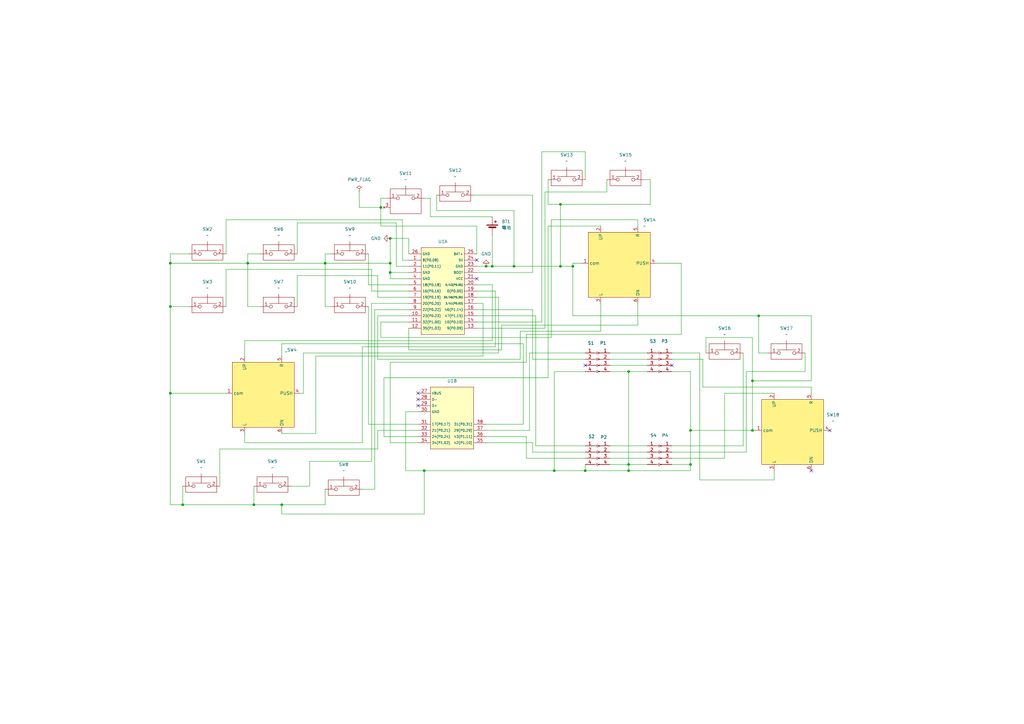
<source format=kicad_sch>
(kicad_sch
	(version 20250114)
	(generator "eeschema")
	(generator_version "9.0")
	(uuid "5c52121b-e98f-41df-802f-fcba2a907a57")
	(paper "A3")
	(title_block
		(title "PegHammer")
		(date "2025")
		(rev "1.2")
	)
	(lib_symbols
		(symbol "power:GND"
			(power)
			(pin_numbers
				(hide yes)
			)
			(pin_names
				(offset 0)
				(hide yes)
			)
			(exclude_from_sim no)
			(in_bom yes)
			(on_board yes)
			(property "Reference" "#PWR"
				(at 0 -6.35 0)
				(effects
					(font
						(size 1.27 1.27)
					)
					(hide yes)
				)
			)
			(property "Value" "GND"
				(at 0 -3.81 0)
				(effects
					(font
						(size 1.27 1.27)
					)
				)
			)
			(property "Footprint" ""
				(at 0 0 0)
				(effects
					(font
						(size 1.27 1.27)
					)
					(hide yes)
				)
			)
			(property "Datasheet" ""
				(at 0 0 0)
				(effects
					(font
						(size 1.27 1.27)
					)
					(hide yes)
				)
			)
			(property "Description" "Power symbol creates a global label with name \"GND\" , ground"
				(at 0 0 0)
				(effects
					(font
						(size 1.27 1.27)
					)
					(hide yes)
				)
			)
			(property "ki_keywords" "global power"
				(at 0 0 0)
				(effects
					(font
						(size 1.27 1.27)
					)
					(hide yes)
				)
			)
			(symbol "GND_0_1"
				(polyline
					(pts
						(xy 0 0) (xy 0 -1.27) (xy 1.27 -1.27) (xy 0 -2.54) (xy -1.27 -1.27) (xy 0 -1.27)
					)
					(stroke
						(width 0)
						(type default)
					)
					(fill
						(type none)
					)
				)
			)
			(symbol "GND_1_1"
				(pin power_in line
					(at 0 0 270)
					(length 0)
					(name "~"
						(effects
							(font
								(size 1.27 1.27)
							)
						)
					)
					(number "1"
						(effects
							(font
								(size 1.27 1.27)
							)
						)
					)
				)
			)
			(embedded_fonts no)
		)
		(symbol "power:PWR_FLAG"
			(power)
			(pin_numbers
				(hide yes)
			)
			(pin_names
				(offset 0)
				(hide yes)
			)
			(exclude_from_sim no)
			(in_bom yes)
			(on_board yes)
			(property "Reference" "#FLG"
				(at 0 1.905 0)
				(effects
					(font
						(size 1.27 1.27)
					)
					(hide yes)
				)
			)
			(property "Value" "PWR_FLAG"
				(at 0 3.81 0)
				(effects
					(font
						(size 1.27 1.27)
					)
				)
			)
			(property "Footprint" ""
				(at 0 0 0)
				(effects
					(font
						(size 1.27 1.27)
					)
					(hide yes)
				)
			)
			(property "Datasheet" "~"
				(at 0 0 0)
				(effects
					(font
						(size 1.27 1.27)
					)
					(hide yes)
				)
			)
			(property "Description" "Special symbol for telling ERC where power comes from"
				(at 0 0 0)
				(effects
					(font
						(size 1.27 1.27)
					)
					(hide yes)
				)
			)
			(property "ki_keywords" "flag power"
				(at 0 0 0)
				(effects
					(font
						(size 1.27 1.27)
					)
					(hide yes)
				)
			)
			(symbol "PWR_FLAG_0_0"
				(pin power_out line
					(at 0 0 90)
					(length 0)
					(name "~"
						(effects
							(font
								(size 1.27 1.27)
							)
						)
					)
					(number "1"
						(effects
							(font
								(size 1.27 1.27)
							)
						)
					)
				)
			)
			(symbol "PWR_FLAG_0_1"
				(polyline
					(pts
						(xy 0 0) (xy 0 1.27) (xy -1.016 1.905) (xy 0 2.54) (xy 1.016 1.905) (xy 0 1.27)
					)
					(stroke
						(width 0)
						(type default)
					)
					(fill
						(type none)
					)
				)
			)
			(embedded_fonts no)
		)
		(symbol "自作ライブラリ:BMP-Boost"
			(exclude_from_sim no)
			(in_bom yes)
			(on_board yes)
			(property "Reference" "U1"
				(at 0 2.54 0)
				(effects
					(font
						(size 1.27 1.27)
					)
				)
			)
			(property "Value" "~"
				(at 0 0 0)
				(effects
					(font
						(size 1.27 1.27)
					)
					(hide yes)
				)
			)
			(property "Footprint" "自作フットプリント:BMP-Boost-full"
				(at 0 0 0)
				(effects
					(font
						(size 1.27 1.27)
					)
					(hide yes)
				)
			)
			(property "Datasheet" ""
				(at 0 0 0)
				(effects
					(font
						(size 1.27 1.27)
					)
					(hide yes)
				)
			)
			(property "Description" ""
				(at 0 0 0)
				(effects
					(font
						(size 1.27 1.27)
					)
					(hide yes)
				)
			)
			(property "ki_locked" ""
				(at 0 0 0)
				(effects
					(font
						(size 1.27 1.27)
					)
				)
			)
			(symbol "BMP-Boost_1_1"
				(rectangle
					(start -8.89 0)
					(end 8.89 -35.56)
					(stroke
						(width 0)
						(type solid)
					)
					(fill
						(type background)
					)
				)
				(pin power_in line
					(at -13.97 -2.54 0)
					(length 5.08)
					(name "GND"
						(effects
							(font
								(size 0.9906 0.9906)
							)
						)
					)
					(number "26"
						(effects
							(font
								(size 1.27 1.27)
							)
						)
					)
				)
				(pin bidirectional line
					(at -13.97 -5.08 0)
					(length 5.08)
					(name "8(P0.08)"
						(effects
							(font
								(size 0.9906 0.9906)
							)
						)
					)
					(number "1"
						(effects
							(font
								(size 1.27 1.27)
							)
						)
					)
				)
				(pin bidirectional line
					(at -13.97 -7.62 0)
					(length 5.08)
					(name "11(P0.11)"
						(effects
							(font
								(size 0.9906 0.9906)
							)
						)
					)
					(number "2"
						(effects
							(font
								(size 1.27 1.27)
							)
						)
					)
				)
				(pin power_in line
					(at -13.97 -10.16 0)
					(length 5.08)
					(name "GND"
						(effects
							(font
								(size 0.9906 0.9906)
							)
						)
					)
					(number "3"
						(effects
							(font
								(size 1.27 1.27)
							)
						)
					)
				)
				(pin power_in line
					(at -13.97 -12.7 0)
					(length 5.08)
					(name "GND"
						(effects
							(font
								(size 0.9906 0.9906)
							)
						)
					)
					(number "4"
						(effects
							(font
								(size 1.27 1.27)
							)
						)
					)
				)
				(pin bidirectional line
					(at -13.97 -15.24 0)
					(length 5.08)
					(name "18(P0.18)"
						(effects
							(font
								(size 0.9906 0.9906)
							)
						)
					)
					(number "5"
						(effects
							(font
								(size 1.27 1.27)
							)
						)
					)
				)
				(pin bidirectional line
					(at -13.97 -17.78 0)
					(length 5.08)
					(name "16(P0.16)"
						(effects
							(font
								(size 0.9906 0.9906)
							)
						)
					)
					(number "6"
						(effects
							(font
								(size 1.27 1.27)
							)
						)
					)
				)
				(pin bidirectional line
					(at -13.97 -20.32 0)
					(length 5.08)
					(name "19(P0.19)"
						(effects
							(font
								(size 0.9906 0.9906)
							)
						)
					)
					(number "7"
						(effects
							(font
								(size 1.27 1.27)
							)
						)
					)
				)
				(pin bidirectional line
					(at -13.97 -22.86 0)
					(length 5.08)
					(name "20(P0.20)"
						(effects
							(font
								(size 0.9906 0.9906)
							)
						)
					)
					(number "8"
						(effects
							(font
								(size 1.27 1.27)
							)
						)
					)
				)
				(pin bidirectional line
					(at -13.97 -25.4 0)
					(length 5.08)
					(name "22(P0.22)"
						(effects
							(font
								(size 0.9906 0.9906)
							)
						)
					)
					(number "9"
						(effects
							(font
								(size 1.27 1.27)
							)
						)
					)
				)
				(pin bidirectional line
					(at -13.97 -27.94 0)
					(length 5.08)
					(name "23(P0.23)"
						(effects
							(font
								(size 0.9906 0.9906)
							)
						)
					)
					(number "10"
						(effects
							(font
								(size 1.27 1.27)
							)
						)
					)
				)
				(pin bidirectional line
					(at -13.97 -30.48 0)
					(length 5.08)
					(name "32(P1.00)"
						(effects
							(font
								(size 0.9906 0.9906)
							)
						)
					)
					(number "11"
						(effects
							(font
								(size 1.27 1.27)
							)
						)
					)
				)
				(pin bidirectional line
					(at -13.97 -33.02 0)
					(length 5.08)
					(name "35(P1.03)"
						(effects
							(font
								(size 0.9906 0.9906)
							)
						)
					)
					(number "12"
						(effects
							(font
								(size 1.27 1.27)
							)
						)
					)
				)
				(pin power_in line
					(at 13.97 -2.54 180)
					(length 5.08)
					(name "BAT+"
						(effects
							(font
								(size 0.9906 0.9906)
							)
						)
					)
					(number "25"
						(effects
							(font
								(size 1.27 1.27)
							)
						)
					)
				)
				(pin power_out line
					(at 13.97 -5.08 180)
					(length 5.08)
					(name "5V"
						(effects
							(font
								(size 0.9906 0.9906)
							)
						)
					)
					(number "24"
						(effects
							(font
								(size 1.27 1.27)
							)
						)
					)
				)
				(pin power_in line
					(at 13.97 -7.62 180)
					(length 5.08)
					(name "GND"
						(effects
							(font
								(size 0.9906 0.9906)
							)
						)
					)
					(number "23"
						(effects
							(font
								(size 1.27 1.27)
							)
						)
					)
				)
				(pin input line
					(at 13.97 -10.16 180)
					(length 5.08)
					(name "BOOT"
						(effects
							(font
								(size 0.9906 0.9906)
							)
						)
					)
					(number "22"
						(effects
							(font
								(size 1.27 1.27)
							)
						)
					)
				)
				(pin power_out line
					(at 13.97 -12.7 180)
					(length 5.08)
					(name "VCC"
						(effects
							(font
								(size 0.9906 0.9906)
							)
						)
					)
					(number "21"
						(effects
							(font
								(size 1.27 1.27)
							)
						)
					)
				)
				(pin bidirectional line
					(at 13.97 -15.24 180)
					(length 5.08)
					(name "5/A3(P0.05)"
						(effects
							(font
								(size 0.762 0.762)
							)
						)
					)
					(number "20"
						(effects
							(font
								(size 1.27 1.27)
							)
						)
					)
				)
				(pin bidirectional line
					(at 13.97 -17.78 180)
					(length 5.08)
					(name "0(P0.00)"
						(effects
							(font
								(size 0.9906 0.9906)
							)
						)
					)
					(number "19"
						(effects
							(font
								(size 1.27 1.27)
							)
						)
					)
				)
				(pin bidirectional line
					(at 13.97 -20.32 180)
					(length 5.08)
					(name "30/A6(P0.30)"
						(effects
							(font
								(size 0.762 0.762)
							)
						)
					)
					(number "18"
						(effects
							(font
								(size 1.27 1.27)
							)
						)
					)
				)
				(pin bidirectional line
					(at 13.97 -22.86 180)
					(length 5.08)
					(name "3/A1(P0.03)"
						(effects
							(font
								(size 0.762 0.762)
							)
						)
					)
					(number "17"
						(effects
							(font
								(size 1.27 1.27)
							)
						)
					)
				)
				(pin bidirectional line
					(at 13.97 -25.4 180)
					(length 5.08)
					(name "46(P1.14)"
						(effects
							(font
								(size 0.9906 0.9906)
							)
						)
					)
					(number "16"
						(effects
							(font
								(size 1.27 1.27)
							)
						)
					)
				)
				(pin bidirectional line
					(at 13.97 -27.94 180)
					(length 5.08)
					(name "47(P1.15)"
						(effects
							(font
								(size 0.9906 0.9906)
							)
						)
					)
					(number "15"
						(effects
							(font
								(size 1.27 1.27)
							)
						)
					)
				)
				(pin bidirectional line
					(at 13.97 -30.48 180)
					(length 5.08)
					(name "10(P0.10)"
						(effects
							(font
								(size 0.9906 0.9906)
							)
						)
					)
					(number "14"
						(effects
							(font
								(size 1.27 1.27)
							)
						)
					)
				)
				(pin bidirectional line
					(at 13.97 -33.02 180)
					(length 5.08)
					(name "9(P0.09)"
						(effects
							(font
								(size 0.9906 0.9906)
							)
						)
					)
					(number "13"
						(effects
							(font
								(size 1.27 1.27)
							)
						)
					)
				)
			)
			(symbol "BMP-Boost_2_1"
				(rectangle
					(start -8.89 0)
					(end 8.89 -25.4)
					(stroke
						(width 0)
						(type solid)
					)
					(fill
						(type background)
					)
				)
				(pin bidirectional line
					(at -13.97 -2.54 0)
					(length 5.08)
					(name "VBUS"
						(effects
							(font
								(size 0.9906 0.9906)
							)
						)
					)
					(number "27"
						(effects
							(font
								(size 1.27 1.27)
							)
						)
					)
				)
				(pin bidirectional line
					(at -13.97 -5.08 0)
					(length 5.08)
					(name "D-"
						(effects
							(font
								(size 0.9906 0.9906)
							)
						)
					)
					(number "28"
						(effects
							(font
								(size 1.27 1.27)
							)
						)
					)
				)
				(pin bidirectional line
					(at -13.97 -7.62 0)
					(length 5.08)
					(name "D+"
						(effects
							(font
								(size 0.9906 0.9906)
							)
						)
					)
					(number "29"
						(effects
							(font
								(size 1.27 1.27)
							)
						)
					)
				)
				(pin power_in line
					(at -13.97 -10.16 0)
					(length 5.08)
					(name "GND"
						(effects
							(font
								(size 0.9906 0.9906)
							)
						)
					)
					(number "30"
						(effects
							(font
								(size 1.27 1.27)
							)
						)
					)
				)
				(pin bidirectional line
					(at -13.97 -15.24 0)
					(length 5.08)
					(name "17(P0.17)"
						(effects
							(font
								(size 0.9906 0.9906)
							)
						)
					)
					(number "31"
						(effects
							(font
								(size 1.27 1.27)
							)
						)
					)
				)
				(pin bidirectional line
					(at -13.97 -17.78 0)
					(length 5.08)
					(name "21(P0.21)"
						(effects
							(font
								(size 0.9906 0.9906)
							)
						)
					)
					(number "32"
						(effects
							(font
								(size 1.27 1.27)
							)
						)
					)
				)
				(pin bidirectional line
					(at -13.97 -20.32 0)
					(length 5.08)
					(name "24(P0.24)"
						(effects
							(font
								(size 0.9906 0.9906)
							)
						)
					)
					(number "33"
						(effects
							(font
								(size 1.27 1.27)
							)
						)
					)
				)
				(pin bidirectional line
					(at -13.97 -22.86 0)
					(length 5.08)
					(name "34(P1.02)"
						(effects
							(font
								(size 0.9906 0.9906)
							)
						)
					)
					(number "34"
						(effects
							(font
								(size 1.27 1.27)
							)
						)
					)
				)
				(pin bidirectional line
					(at 13.97 -15.24 180)
					(length 5.08)
					(name "31(P0.31)"
						(effects
							(font
								(size 0.9906 0.9906)
							)
						)
					)
					(number "38"
						(effects
							(font
								(size 1.27 1.27)
							)
						)
					)
				)
				(pin bidirectional line
					(at 13.97 -17.78 180)
					(length 5.08)
					(name "29(P0.29)"
						(effects
							(font
								(size 0.9906 0.9906)
							)
						)
					)
					(number "37"
						(effects
							(font
								(size 1.27 1.27)
							)
						)
					)
				)
				(pin bidirectional line
					(at 13.97 -20.32 180)
					(length 5.08)
					(name "43(P1.11)"
						(effects
							(font
								(size 0.9906 0.9906)
							)
						)
					)
					(number "36"
						(effects
							(font
								(size 1.27 1.27)
							)
						)
					)
				)
				(pin bidirectional line
					(at 13.97 -22.86 180)
					(length 5.08)
					(name "42(P1.10)"
						(effects
							(font
								(size 0.9906 0.9906)
							)
						)
					)
					(number "35"
						(effects
							(font
								(size 1.27 1.27)
							)
						)
					)
				)
			)
			(embedded_fonts no)
		)
		(symbol "自作ライブラリ:EVQ-Q5"
			(exclude_from_sim no)
			(in_bom yes)
			(on_board yes)
			(property "Reference" "SW"
				(at -0.381 -0.127 0)
				(effects
					(font
						(size 1.27 1.27)
					)
				)
			)
			(property "Value" ""
				(at 0 0 0)
				(effects
					(font
						(size 1.27 1.27)
					)
				)
			)
			(property "Footprint" ""
				(at 0 0 0)
				(effects
					(font
						(size 1.27 1.27)
					)
					(hide yes)
				)
			)
			(property "Datasheet" ""
				(at 0 0 0)
				(effects
					(font
						(size 1.27 1.27)
					)
					(hide yes)
				)
			)
			(property "Description" ""
				(at 0 0 0)
				(effects
					(font
						(size 1.27 1.27)
					)
					(hide yes)
				)
			)
			(symbol "EVQ-Q5_0_1"
				(rectangle
					(start -12.7 12.7)
					(end 12.7 -13.97)
					(stroke
						(width 0)
						(type default)
					)
					(fill
						(type color)
						(color 255 242 136 1)
					)
				)
			)
			(symbol "EVQ-Q5_1_1"
				(pin passive line
					(at -15.24 0 0)
					(length 2.54)
					(name "com"
						(effects
							(font
								(size 1.27 1.27)
							)
						)
					)
					(number "1"
						(effects
							(font
								(size 1.27 1.27)
							)
						)
					)
				)
				(pin passive line
					(at -7.62 15.24 270)
					(length 2.54)
					(name "UP"
						(effects
							(font
								(size 1.27 1.27)
							)
						)
					)
					(number "2"
						(effects
							(font
								(size 1.27 1.27)
							)
						)
					)
				)
				(pin passive line
					(at -7.62 -16.51 90)
					(length 2.54)
					(name "L"
						(effects
							(font
								(size 1.27 1.27)
							)
						)
					)
					(number "3"
						(effects
							(font
								(size 1.27 1.27)
							)
						)
					)
				)
				(pin passive line
					(at 7.62 15.24 270)
					(length 2.54)
					(name "R"
						(effects
							(font
								(size 1.27 1.27)
							)
						)
					)
					(number "5"
						(effects
							(font
								(size 1.27 1.27)
							)
						)
					)
				)
				(pin passive line
					(at 7.62 -16.51 90)
					(length 2.54)
					(name "DN"
						(effects
							(font
								(size 1.27 1.27)
							)
						)
					)
					(number "6"
						(effects
							(font
								(size 1.27 1.27)
							)
						)
					)
				)
				(pin passive line
					(at 15.24 0 180)
					(length 2.54)
					(name "PUSH"
						(effects
							(font
								(size 1.27 1.27)
							)
						)
					)
					(number "4"
						(effects
							(font
								(size 1.27 1.27)
							)
						)
					)
				)
			)
			(embedded_fonts no)
		)
		(symbol "自作ライブラリ:push switch"
			(exclude_from_sim no)
			(in_bom yes)
			(on_board yes)
			(property "Reference" "SW"
				(at 0 6.35 0)
				(effects
					(font
						(size 1.27 1.27)
					)
				)
			)
			(property "Value" ""
				(at 0 0 0)
				(effects
					(font
						(size 1.27 1.27)
					)
				)
			)
			(property "Footprint" ""
				(at 0 0 0)
				(effects
					(font
						(size 1.27 1.27)
					)
					(hide yes)
				)
			)
			(property "Datasheet" ""
				(at 0 0 0)
				(effects
					(font
						(size 1.27 1.27)
					)
					(hide yes)
				)
			)
			(property "Description" ""
				(at 0 0 0)
				(effects
					(font
						(size 1.27 1.27)
					)
					(hide yes)
				)
			)
			(symbol "push switch_0_1"
				(rectangle
					(start -6.35 3.81)
					(end 6.35 -2.54)
					(stroke
						(width 0)
						(type default)
					)
					(fill
						(type none)
					)
				)
				(polyline
					(pts
						(xy -3.81 1.27) (xy 3.81 1.27)
					)
					(stroke
						(width 0)
						(type default)
					)
					(fill
						(type none)
					)
				)
				(polyline
					(pts
						(xy 0 1.27) (xy 0 5.08)
					)
					(stroke
						(width 0)
						(type default)
					)
					(fill
						(type none)
					)
				)
			)
			(symbol "push switch_1_1"
				(pin passive inverted
					(at -7.62 0 0)
					(length 5.08)
					(name ""
						(effects
							(font
								(size 1.27 1.27)
							)
						)
					)
					(number "1"
						(effects
							(font
								(size 1.27 1.27)
							)
						)
					)
				)
				(pin passive inverted
					(at 7.62 0 180)
					(length 5.08)
					(name ""
						(effects
							(font
								(size 1.27 1.27)
							)
						)
					)
					(number "2"
						(effects
							(font
								(size 1.27 1.27)
							)
						)
					)
				)
			)
			(embedded_fonts no)
		)
		(symbol "自作ライブラリ:push_lock_switch2"
			(exclude_from_sim no)
			(in_bom yes)
			(on_board yes)
			(property "Reference" "SW"
				(at 0 6.35 0)
				(effects
					(font
						(size 1.27 1.27)
					)
				)
			)
			(property "Value" ""
				(at 0 0 0)
				(effects
					(font
						(size 1.27 1.27)
					)
				)
			)
			(property "Footprint" ""
				(at 0 0 0)
				(effects
					(font
						(size 1.27 1.27)
					)
					(hide yes)
				)
			)
			(property "Datasheet" ""
				(at 0 0 0)
				(effects
					(font
						(size 1.27 1.27)
					)
					(hide yes)
				)
			)
			(property "Description" ""
				(at 0 0 0)
				(effects
					(font
						(size 1.27 1.27)
					)
					(hide yes)
				)
			)
			(symbol "push_lock_switch2_0_1"
				(rectangle
					(start -6.35 3.81)
					(end 6.35 -6.35)
					(stroke
						(width 0)
						(type default)
					)
					(fill
						(type none)
					)
				)
				(polyline
					(pts
						(xy -3.81 1.27) (xy 3.81 1.27)
					)
					(stroke
						(width 0)
						(type default)
					)
					(fill
						(type none)
					)
				)
				(polyline
					(pts
						(xy 0 1.27) (xy 0 5.08)
					)
					(stroke
						(width 0)
						(type default)
					)
					(fill
						(type none)
					)
				)
			)
			(symbol "push_lock_switch2_1_1"
				(pin no_connect line
					(at -8.89 -3.81 0)
					(length 2.54)
					(name ""
						(effects
							(font
								(size 1.27 1.27)
							)
						)
					)
					(number "3"
						(effects
							(font
								(size 1.27 1.27)
							)
						)
					)
				)
				(pin passive inverted
					(at -7.62 0 0)
					(length 5.08)
					(name ""
						(effects
							(font
								(size 1.27 1.27)
							)
						)
					)
					(number "1"
						(effects
							(font
								(size 1.27 1.27)
							)
						)
					)
				)
				(pin passive inverted
					(at 7.62 0 180)
					(length 5.08)
					(name ""
						(effects
							(font
								(size 1.27 1.27)
							)
						)
					)
					(number "2"
						(effects
							(font
								(size 1.27 1.27)
							)
						)
					)
				)
			)
			(embedded_fonts no)
		)
		(symbol "自作ライブラリ:ピンヘッダ_01x04_オス"
			(pin_names
				(offset 1.016)
				(hide yes)
			)
			(exclude_from_sim no)
			(in_bom yes)
			(on_board yes)
			(property "Reference" "P"
				(at 0 5.08 0)
				(effects
					(font
						(size 1.27 1.27)
					)
				)
			)
			(property "Value" "ピンヘッダ_01x04_オス"
				(at 0 -7.62 0)
				(effects
					(font
						(size 1.27 1.27)
					)
				)
			)
			(property "Footprint" ""
				(at 0 0 0)
				(effects
					(font
						(size 1.27 1.27)
					)
					(hide yes)
				)
			)
			(property "Datasheet" "~"
				(at 0 0 0)
				(effects
					(font
						(size 1.27 1.27)
					)
					(hide yes)
				)
			)
			(property "Description" "Generic connector, single row, 01x04, script generated"
				(at 0 0 0)
				(effects
					(font
						(size 1.27 1.27)
					)
					(hide yes)
				)
			)
			(property "ki_locked" ""
				(at 0 0 0)
				(effects
					(font
						(size 1.27 1.27)
					)
				)
			)
			(property "ki_keywords" "connector"
				(at 0 0 0)
				(effects
					(font
						(size 1.27 1.27)
					)
					(hide yes)
				)
			)
			(property "ki_fp_filters" "Connector*:*_1x??_*"
				(at 0 0 0)
				(effects
					(font
						(size 1.27 1.27)
					)
					(hide yes)
				)
			)
			(symbol "ピンヘッダ_01x04_オス_1_1"
				(rectangle
					(start 0.8636 2.667)
					(end 0 2.413)
					(stroke
						(width 0.1524)
						(type default)
					)
					(fill
						(type outline)
					)
				)
				(rectangle
					(start 0.8636 0.127)
					(end 0 -0.127)
					(stroke
						(width 0.1524)
						(type default)
					)
					(fill
						(type outline)
					)
				)
				(rectangle
					(start 0.8636 -2.413)
					(end 0 -2.667)
					(stroke
						(width 0.1524)
						(type default)
					)
					(fill
						(type outline)
					)
				)
				(rectangle
					(start 0.8636 -4.953)
					(end 0 -5.207)
					(stroke
						(width 0.1524)
						(type default)
					)
					(fill
						(type outline)
					)
				)
				(polyline
					(pts
						(xy 1.27 2.54) (xy 0.8636 2.54)
					)
					(stroke
						(width 0.1524)
						(type default)
					)
					(fill
						(type none)
					)
				)
				(polyline
					(pts
						(xy 1.27 0) (xy 0.8636 0)
					)
					(stroke
						(width 0.1524)
						(type default)
					)
					(fill
						(type none)
					)
				)
				(polyline
					(pts
						(xy 1.27 -2.54) (xy 0.8636 -2.54)
					)
					(stroke
						(width 0.1524)
						(type default)
					)
					(fill
						(type none)
					)
				)
				(polyline
					(pts
						(xy 1.27 -5.08) (xy 0.8636 -5.08)
					)
					(stroke
						(width 0.1524)
						(type default)
					)
					(fill
						(type none)
					)
				)
				(pin passive line
					(at 5.08 2.54 180)
					(length 3.81)
					(name "Pin_1"
						(effects
							(font
								(size 1.27 1.27)
							)
						)
					)
					(number "1"
						(effects
							(font
								(size 1.27 1.27)
							)
						)
					)
				)
				(pin passive line
					(at 5.08 0 180)
					(length 3.81)
					(name "Pin_2"
						(effects
							(font
								(size 1.27 1.27)
							)
						)
					)
					(number "2"
						(effects
							(font
								(size 1.27 1.27)
							)
						)
					)
				)
				(pin passive line
					(at 5.08 -2.54 180)
					(length 3.81)
					(name "Pin_3"
						(effects
							(font
								(size 1.27 1.27)
							)
						)
					)
					(number "3"
						(effects
							(font
								(size 1.27 1.27)
							)
						)
					)
				)
				(pin passive line
					(at 5.08 -5.08 180)
					(length 3.81)
					(name "Pin_4"
						(effects
							(font
								(size 1.27 1.27)
							)
						)
					)
					(number "4"
						(effects
							(font
								(size 1.27 1.27)
							)
						)
					)
				)
			)
			(embedded_fonts no)
		)
		(symbol "自作ライブラリ:ピンヘッダ_01x04_メス"
			(pin_names
				(offset 1.016)
				(hide yes)
			)
			(exclude_from_sim no)
			(in_bom yes)
			(on_board yes)
			(property "Reference" "S"
				(at 0 5.08 0)
				(effects
					(font
						(size 1.27 1.27)
					)
				)
			)
			(property "Value" "ピンヘッダ_01x04_メス"
				(at 0 -7.62 0)
				(effects
					(font
						(size 1.27 1.27)
					)
				)
			)
			(property "Footprint" ""
				(at 0 0 0)
				(effects
					(font
						(size 1.27 1.27)
					)
					(hide yes)
				)
			)
			(property "Datasheet" "~"
				(at 0 0 0)
				(effects
					(font
						(size 1.27 1.27)
					)
					(hide yes)
				)
			)
			(property "Description" "Generic connector, single row, 01x04, script generated"
				(at 0 0 0)
				(effects
					(font
						(size 1.27 1.27)
					)
					(hide yes)
				)
			)
			(property "ki_locked" ""
				(at 0 0 0)
				(effects
					(font
						(size 1.27 1.27)
					)
				)
			)
			(property "ki_keywords" "connector"
				(at 0 0 0)
				(effects
					(font
						(size 1.27 1.27)
					)
					(hide yes)
				)
			)
			(property "ki_fp_filters" "Connector*:*_1x??_*"
				(at 0 0 0)
				(effects
					(font
						(size 1.27 1.27)
					)
					(hide yes)
				)
			)
			(symbol "ピンヘッダ_01x04_メス_1_1"
				(polyline
					(pts
						(xy -1.27 2.54) (xy -0.508 2.54)
					)
					(stroke
						(width 0.1524)
						(type default)
					)
					(fill
						(type none)
					)
				)
				(polyline
					(pts
						(xy -1.27 0) (xy -0.508 0)
					)
					(stroke
						(width 0.1524)
						(type default)
					)
					(fill
						(type none)
					)
				)
				(polyline
					(pts
						(xy -1.27 -2.54) (xy -0.508 -2.54)
					)
					(stroke
						(width 0.1524)
						(type default)
					)
					(fill
						(type none)
					)
				)
				(polyline
					(pts
						(xy -1.27 -5.08) (xy -0.508 -5.08)
					)
					(stroke
						(width 0.1524)
						(type default)
					)
					(fill
						(type none)
					)
				)
				(arc
					(start 0 2.032)
					(mid -0.5058 2.54)
					(end 0 3.048)
					(stroke
						(width 0.1524)
						(type default)
					)
					(fill
						(type none)
					)
				)
				(arc
					(start 0 -0.508)
					(mid -0.5058 0)
					(end 0 0.508)
					(stroke
						(width 0.1524)
						(type default)
					)
					(fill
						(type none)
					)
				)
				(arc
					(start 0 -3.048)
					(mid -0.5058 -2.54)
					(end 0 -2.032)
					(stroke
						(width 0.1524)
						(type default)
					)
					(fill
						(type none)
					)
				)
				(arc
					(start 0 -5.588)
					(mid -0.5058 -5.08)
					(end 0 -4.572)
					(stroke
						(width 0.1524)
						(type default)
					)
					(fill
						(type none)
					)
				)
				(pin passive line
					(at -5.08 2.54 0)
					(length 3.81)
					(name "Pin_1"
						(effects
							(font
								(size 1.27 1.27)
							)
						)
					)
					(number "1"
						(effects
							(font
								(size 1.27 1.27)
							)
						)
					)
				)
				(pin passive line
					(at -5.08 0 0)
					(length 3.81)
					(name "Pin_2"
						(effects
							(font
								(size 1.27 1.27)
							)
						)
					)
					(number "2"
						(effects
							(font
								(size 1.27 1.27)
							)
						)
					)
				)
				(pin passive line
					(at -5.08 -2.54 0)
					(length 3.81)
					(name "Pin_3"
						(effects
							(font
								(size 1.27 1.27)
							)
						)
					)
					(number "3"
						(effects
							(font
								(size 1.27 1.27)
							)
						)
					)
				)
				(pin passive line
					(at -5.08 -5.08 0)
					(length 3.81)
					(name "Pin_4"
						(effects
							(font
								(size 1.27 1.27)
							)
						)
					)
					(number "4"
						(effects
							(font
								(size 1.27 1.27)
							)
						)
					)
				)
			)
			(embedded_fonts no)
		)
		(symbol "自作ライブラリ:電池"
			(pin_numbers
				(hide yes)
			)
			(pin_names
				(offset 0)
				(hide yes)
			)
			(exclude_from_sim no)
			(in_bom yes)
			(on_board yes)
			(property "Reference" "BT"
				(at 2.54 2.54 0)
				(effects
					(font
						(size 1.27 1.27)
					)
					(justify left)
				)
			)
			(property "Value" "電池"
				(at 2.54 0 0)
				(effects
					(font
						(size 1.27 1.27)
					)
					(justify left)
				)
			)
			(property "Footprint" ""
				(at 0 1.524 90)
				(effects
					(font
						(size 1.27 1.27)
					)
					(hide yes)
				)
			)
			(property "Datasheet" "~"
				(at 0 1.524 90)
				(effects
					(font
						(size 1.27 1.27)
					)
					(hide yes)
				)
			)
			(property "Description" "Single-cell battery"
				(at 0 0 0)
				(effects
					(font
						(size 1.27 1.27)
					)
					(hide yes)
				)
			)
			(property "ki_keywords" "battery cell"
				(at 0 0 0)
				(effects
					(font
						(size 1.27 1.27)
					)
					(hide yes)
				)
			)
			(symbol "電池_0_1"
				(rectangle
					(start -2.286 1.778)
					(end 2.286 1.524)
					(stroke
						(width 0)
						(type default)
					)
					(fill
						(type outline)
					)
				)
				(rectangle
					(start -1.524 1.016)
					(end 1.524 0.508)
					(stroke
						(width 0)
						(type default)
					)
					(fill
						(type outline)
					)
				)
				(polyline
					(pts
						(xy 0 1.778) (xy 0 2.54)
					)
					(stroke
						(width 0)
						(type default)
					)
					(fill
						(type none)
					)
				)
				(polyline
					(pts
						(xy 0 0.762) (xy 0 0)
					)
					(stroke
						(width 0)
						(type default)
					)
					(fill
						(type none)
					)
				)
				(polyline
					(pts
						(xy 0.762 3.048) (xy 1.778 3.048)
					)
					(stroke
						(width 0.254)
						(type default)
					)
					(fill
						(type none)
					)
				)
				(polyline
					(pts
						(xy 1.27 3.556) (xy 1.27 2.54)
					)
					(stroke
						(width 0.254)
						(type default)
					)
					(fill
						(type none)
					)
				)
			)
			(symbol "電池_1_1"
				(pin power_out line
					(at 0 5.08 270)
					(length 2.54)
					(name "+"
						(effects
							(font
								(size 1.27 1.27)
							)
						)
					)
					(number "1"
						(effects
							(font
								(size 1.27 1.27)
							)
						)
					)
				)
				(pin power_out line
					(at 0 -2.54 90)
					(length 2.54)
					(name "-"
						(effects
							(font
								(size 1.27 1.27)
							)
						)
					)
					(number "2"
						(effects
							(font
								(size 1.27 1.27)
							)
						)
					)
				)
			)
			(embedded_fonts no)
		)
	)
	(junction
		(at 115.57 207.01)
		(diameter 0)
		(color 0 0 0 0)
		(uuid "15aa5e36-ebee-4197-9f2a-391b7ab4ab33")
	)
	(junction
		(at 156.21 85.09)
		(diameter 0)
		(color 0 0 0 0)
		(uuid "183b5c7d-3c97-4554-8365-130408589513")
	)
	(junction
		(at 257.81 152.4)
		(diameter 0)
		(color 0 0 0 0)
		(uuid "3bef4a5f-e7a9-4c05-a723-1735fd6c92d8")
	)
	(junction
		(at 240.03 193.04)
		(diameter 0)
		(color 0 0 0 0)
		(uuid "3c21142a-3d86-4637-8fed-3346f6b55895")
	)
	(junction
		(at 173.99 193.04)
		(diameter 0)
		(color 0 0 0 0)
		(uuid "41f07b15-6c9c-4892-9f5d-22d252e1040a")
	)
	(junction
		(at 283.21 176.53)
		(diameter 0)
		(color 0 0 0 0)
		(uuid "55082a73-d5d0-4bc7-b804-e9fcb303321e")
	)
	(junction
		(at 311.15 129.54)
		(diameter 0)
		(color 0 0 0 0)
		(uuid "5e6fd71a-88a1-4ed2-b2f2-611ac62be90f")
	)
	(junction
		(at 227.33 193.04)
		(diameter 0)
		(color 0 0 0 0)
		(uuid "72e0d58d-93e6-4c36-b3cf-4b9e68ae979a")
	)
	(junction
		(at 308.61 176.53)
		(diameter 0)
		(color 0 0 0 0)
		(uuid "9147f2e1-1092-45c3-8667-1e68579469ab")
	)
	(junction
		(at 229.87 109.22)
		(diameter 0)
		(color 0 0 0 0)
		(uuid "987abca9-3aa0-4149-b560-334226bc15d0")
	)
	(junction
		(at 101.6 107.95)
		(diameter 0)
		(color 0 0 0 0)
		(uuid "9bf04e91-057b-48ec-b4a2-a05935790845")
	)
	(junction
		(at 69.85 107.95)
		(diameter 0)
		(color 0 0 0 0)
		(uuid "a4fbbbeb-21ae-4f14-be15-631bb6bdea88")
	)
	(junction
		(at 160.02 97.79)
		(diameter 0)
		(color 0 0 0 0)
		(uuid "abbe1520-0dd1-4c2c-aef6-497478aa36c0")
	)
	(junction
		(at 133.35 107.95)
		(diameter 0)
		(color 0 0 0 0)
		(uuid "b5e1cd4a-2f32-48fd-89ae-93a055e18cae")
	)
	(junction
		(at 201.93 109.22)
		(diameter 0)
		(color 0 0 0 0)
		(uuid "b62b27a9-ffb2-4a5f-9e69-0623f126cb46")
	)
	(junction
		(at 229.87 83.82)
		(diameter 0)
		(color 0 0 0 0)
		(uuid "b90b2964-e52a-4581-88c8-276bccfeacbe")
	)
	(junction
		(at 234.95 109.22)
		(diameter 0)
		(color 0 0 0 0)
		(uuid "c005c5c6-ea58-4c6a-94a4-856372e8e976")
	)
	(junction
		(at 104.14 207.01)
		(diameter 0)
		(color 0 0 0 0)
		(uuid "c47a874b-0535-4f53-81a7-13ebd5cc1eab")
	)
	(junction
		(at 308.61 156.21)
		(diameter 0)
		(color 0 0 0 0)
		(uuid "c5ec01d5-3c37-43e4-aa35-7d5daf8f344d")
	)
	(junction
		(at 160.02 111.76)
		(diameter 0)
		(color 0 0 0 0)
		(uuid "ced4f387-d0f7-435e-ad7b-ffc468a72c66")
	)
	(junction
		(at 199.39 109.22)
		(diameter 0)
		(color 0 0 0 0)
		(uuid "d6b25348-6315-4495-b841-93ac8482dff8")
	)
	(junction
		(at 69.85 161.29)
		(diameter 0)
		(color 0 0 0 0)
		(uuid "d76ee716-aa86-4040-9872-b92e50c58738")
	)
	(junction
		(at 257.81 193.04)
		(diameter 0)
		(color 0 0 0 0)
		(uuid "e34baf6b-b12a-4834-9b85-eeded1e265b5")
	)
	(junction
		(at 69.85 125.73)
		(diameter 0)
		(color 0 0 0 0)
		(uuid "e54e5556-b8fc-4b76-b3e3-04e7dea6d01c")
	)
	(junction
		(at 160.02 107.95)
		(diameter 0)
		(color 0 0 0 0)
		(uuid "e68aa427-5387-4258-b886-5dc449025366")
	)
	(junction
		(at 283.21 190.5)
		(diameter 0)
		(color 0 0 0 0)
		(uuid "ed372e8b-690f-4aa3-951d-891a182dac0c")
	)
	(junction
		(at 257.81 190.5)
		(diameter 0)
		(color 0 0 0 0)
		(uuid "ed67cab8-2812-4fe8-a2aa-bcfd19afa338")
	)
	(junction
		(at 74.93 207.01)
		(diameter 0)
		(color 0 0 0 0)
		(uuid "f25805b2-bc9e-4f54-a03b-911ab09339d9")
	)
	(junction
		(at 210.82 109.22)
		(diameter 0)
		(color 0 0 0 0)
		(uuid "f40bc3f3-86c2-4f56-9738-6aa068750f4b")
	)
	(no_connect
		(at 195.58 114.3)
		(uuid "1d250b51-87fa-43c8-9f12-616c6e9e90e0")
	)
	(no_connect
		(at 171.45 166.37)
		(uuid "5404111d-ba0e-4288-aa39-7d73861e1227")
	)
	(no_connect
		(at 195.58 106.68)
		(uuid "72f3683b-69f1-4590-a2d4-74a68b758c7a")
	)
	(no_connect
		(at 332.74 193.04)
		(uuid "800dfb22-0bca-4209-b2bc-3fb9e4279fea")
	)
	(no_connect
		(at 171.45 161.29)
		(uuid "9e30fe81-5144-4665-9937-df37f3170b6f")
	)
	(no_connect
		(at 340.36 176.53)
		(uuid "a22c6bfa-68b8-480b-b2c9-26b3db39f7c6")
	)
	(no_connect
		(at 171.45 163.83)
		(uuid "a8536d52-2576-49cb-bd21-28dd7e7e5fb6")
	)
	(no_connect
		(at 275.59 149.86)
		(uuid "b1844bbd-bc55-4849-885a-2cd53c8c821b")
	)
	(no_connect
		(at 240.03 149.86)
		(uuid "f5bbd151-2e8c-4689-99e1-ec00e22c8c49")
	)
	(wire
		(pts
			(xy 215.9 187.96) (xy 240.03 187.96)
		)
		(stroke
			(width 0)
			(type default)
		)
		(uuid "0086c7c7-fbd8-4f03-97dc-f180b4e8e9aa")
	)
	(wire
		(pts
			(xy 106.68 104.14) (xy 101.6 104.14)
		)
		(stroke
			(width 0)
			(type default)
		)
		(uuid "01e54d3e-dbb3-4918-9373-e13d20cc76cb")
	)
	(wire
		(pts
			(xy 214.63 173.99) (xy 199.39 173.99)
		)
		(stroke
			(width 0)
			(type default)
		)
		(uuid "039dee40-4ecf-490c-a479-d86dc9bb6df2")
	)
	(wire
		(pts
			(xy 266.7 73.66) (xy 266.7 83.82)
		)
		(stroke
			(width 0)
			(type default)
		)
		(uuid "042584fc-0ae9-46c7-8dd9-3d14585db298")
	)
	(wire
		(pts
			(xy 115.57 140.97) (xy 214.63 140.97)
		)
		(stroke
			(width 0)
			(type default)
		)
		(uuid "08cbe712-1872-4cee-8a80-57124a29cb2e")
	)
	(wire
		(pts
			(xy 129.54 146.05) (xy 198.12 146.05)
		)
		(stroke
			(width 0)
			(type default)
		)
		(uuid "0b851396-be23-4fa8-b6cf-9c90777204b1")
	)
	(wire
		(pts
			(xy 304.8 144.78) (xy 304.8 182.88)
		)
		(stroke
			(width 0)
			(type default)
		)
		(uuid "0c9f2a26-2b06-4acc-8bf4-7594c6314b5c")
	)
	(wire
		(pts
			(xy 219.71 182.88) (xy 219.71 129.54)
		)
		(stroke
			(width 0)
			(type default)
		)
		(uuid "0d260b42-18c1-4ed5-b83d-58d3c7299002")
	)
	(wire
		(pts
			(xy 218.44 185.42) (xy 218.44 181.61)
		)
		(stroke
			(width 0)
			(type default)
		)
		(uuid "0e2628c3-133b-4dfc-a386-522863ecf647")
	)
	(wire
		(pts
			(xy 308.61 138.43) (xy 308.61 156.21)
		)
		(stroke
			(width 0)
			(type default)
		)
		(uuid "0e3e67e0-cc43-4b19-b406-9cf6103a2011")
	)
	(wire
		(pts
			(xy 101.6 125.73) (xy 106.68 125.73)
		)
		(stroke
			(width 0)
			(type default)
		)
		(uuid "0f24ba14-298a-4227-b1c5-0b1a330f4617")
	)
	(wire
		(pts
			(xy 257.81 190.5) (xy 257.81 193.04)
		)
		(stroke
			(width 0)
			(type default)
		)
		(uuid "0f70a957-96d3-4955-9314-7d0d65797e18")
	)
	(wire
		(pts
			(xy 162.56 109.22) (xy 162.56 91.44)
		)
		(stroke
			(width 0)
			(type default)
		)
		(uuid "0f93b3a3-f11c-45fb-ad30-22b087983665")
	)
	(wire
		(pts
			(xy 160.02 114.3) (xy 160.02 111.76)
		)
		(stroke
			(width 0)
			(type default)
		)
		(uuid "12440ff7-d281-4006-9495-d6a7b5a4d3fd")
	)
	(wire
		(pts
			(xy 250.19 182.88) (xy 265.43 182.88)
		)
		(stroke
			(width 0)
			(type default)
		)
		(uuid "12715718-3d9f-403f-abf5-fdd8b68f7059")
	)
	(wire
		(pts
			(xy 167.64 109.22) (xy 162.56 109.22)
		)
		(stroke
			(width 0)
			(type default)
		)
		(uuid "128b0916-8686-40d9-833c-ec241b2c02f5")
	)
	(wire
		(pts
			(xy 261.62 133.35) (xy 205.74 133.35)
		)
		(stroke
			(width 0)
			(type default)
		)
		(uuid "128e885e-a566-4292-b076-07455ed32551")
	)
	(wire
		(pts
			(xy 224.79 73.66) (xy 224.79 83.82)
		)
		(stroke
			(width 0)
			(type default)
		)
		(uuid "13833c7d-e719-40af-b132-8dbce75ae882")
	)
	(wire
		(pts
			(xy 195.58 134.62) (xy 223.52 134.62)
		)
		(stroke
			(width 0)
			(type default)
		)
		(uuid "13b618d9-aadc-453f-ac2a-be577ba9b89d")
	)
	(wire
		(pts
			(xy 154.94 147.32) (xy 213.36 147.32)
		)
		(stroke
			(width 0)
			(type default)
		)
		(uuid "151937db-a94d-4a2a-8684-c7fdcc305c72")
	)
	(wire
		(pts
			(xy 69.85 161.29) (xy 92.71 161.29)
		)
		(stroke
			(width 0)
			(type default)
		)
		(uuid "1627abc5-507a-4e7a-866b-a5123bd30610")
	)
	(wire
		(pts
			(xy 240.03 152.4) (xy 227.33 152.4)
		)
		(stroke
			(width 0)
			(type default)
		)
		(uuid "198bc71d-2796-48bd-bab1-50d71a2e7854")
	)
	(wire
		(pts
			(xy 240.03 193.04) (xy 257.81 193.04)
		)
		(stroke
			(width 0)
			(type default)
		)
		(uuid "1a92a5d7-9b48-4789-afe0-e9f8e4b42d39")
	)
	(wire
		(pts
			(xy 240.03 190.5) (xy 240.03 193.04)
		)
		(stroke
			(width 0)
			(type default)
		)
		(uuid "1ac8ad17-4fb6-40d6-a3bb-afb8c1611e2f")
	)
	(wire
		(pts
			(xy 240.03 62.23) (xy 240.03 73.66)
		)
		(stroke
			(width 0)
			(type default)
		)
		(uuid "1b0f3c86-8072-47a7-8234-fbf307bf8358")
	)
	(wire
		(pts
			(xy 69.85 125.73) (xy 69.85 107.95)
		)
		(stroke
			(width 0)
			(type default)
		)
		(uuid "1c481843-b9ce-4dca-9ae0-cb67f912e4ae")
	)
	(wire
		(pts
			(xy 165.1 90.17) (xy 165.1 106.68)
		)
		(stroke
			(width 0)
			(type default)
		)
		(uuid "1cb9df25-0fd6-4936-b4c1-066911660a2e")
	)
	(wire
		(pts
			(xy 308.61 156.21) (xy 332.74 156.21)
		)
		(stroke
			(width 0)
			(type default)
		)
		(uuid "1e1ba5df-31e7-45db-91f1-fe3f3d92980f")
	)
	(wire
		(pts
			(xy 154.94 176.53) (xy 154.94 184.15)
		)
		(stroke
			(width 0)
			(type default)
		)
		(uuid "1fd40432-23b6-4ff5-9c5e-fe5ebb647aa4")
	)
	(wire
		(pts
			(xy 156.21 85.09) (xy 156.21 81.28)
		)
		(stroke
			(width 0)
			(type default)
		)
		(uuid "201c6c90-6f1d-4413-9460-8c06c295bb6e")
	)
	(wire
		(pts
			(xy 133.35 200.66) (xy 133.35 207.01)
		)
		(stroke
			(width 0)
			(type default)
		)
		(uuid "20a3519f-f572-4a19-870d-f8e542756f74")
	)
	(wire
		(pts
			(xy 152.4 110.49) (xy 152.4 119.38)
		)
		(stroke
			(width 0)
			(type default)
		)
		(uuid "2124d23d-80bd-42ed-a35b-5659dc1129ab")
	)
	(wire
		(pts
			(xy 226.06 90.17) (xy 261.62 90.17)
		)
		(stroke
			(width 0)
			(type default)
		)
		(uuid "22d9e3d7-6072-4d24-8b18-76a942f35805")
	)
	(wire
		(pts
			(xy 215.9 137.16) (xy 279.4 137.16)
		)
		(stroke
			(width 0)
			(type default)
		)
		(uuid "23ed98d6-143a-47ab-b04f-c095babff17f")
	)
	(wire
		(pts
			(xy 101.6 104.14) (xy 101.6 107.95)
		)
		(stroke
			(width 0)
			(type default)
		)
		(uuid "24f44ca4-1712-463f-a3fb-73188c3b9f5a")
	)
	(wire
		(pts
			(xy 156.21 81.28) (xy 158.75 81.28)
		)
		(stroke
			(width 0)
			(type default)
		)
		(uuid "25fe50c4-5aeb-491d-9012-72257185c662")
	)
	(wire
		(pts
			(xy 317.5 161.29) (xy 297.18 161.29)
		)
		(stroke
			(width 0)
			(type default)
		)
		(uuid "28eb3032-bb9c-4a0f-90f2-75234d4c3351")
	)
	(wire
		(pts
			(xy 74.93 199.39) (xy 74.93 207.01)
		)
		(stroke
			(width 0)
			(type default)
		)
		(uuid "29522a34-eeac-406b-b915-1d1c4f7b168e")
	)
	(wire
		(pts
			(xy 229.87 83.82) (xy 229.87 109.22)
		)
		(stroke
			(width 0)
			(type default)
		)
		(uuid "2a552eb7-f823-4352-9de0-ec093f7dc01f")
	)
	(wire
		(pts
			(xy 166.37 168.91) (xy 166.37 193.04)
		)
		(stroke
			(width 0)
			(type default)
		)
		(uuid "2ace6f53-5df3-450e-9cb5-a78cb8a912a5")
	)
	(wire
		(pts
			(xy 154.94 129.54) (xy 154.94 147.32)
		)
		(stroke
			(width 0)
			(type default)
		)
		(uuid "2b0e1a32-fbf7-4f86-9a57-e8bd66ce312d")
	)
	(wire
		(pts
			(xy 222.25 62.23) (xy 222.25 132.08)
		)
		(stroke
			(width 0)
			(type default)
		)
		(uuid "2bac74db-607e-4be3-bb61-afa338a2eb54")
	)
	(wire
		(pts
			(xy 148.59 181.61) (xy 148.59 142.24)
		)
		(stroke
			(width 0)
			(type default)
		)
		(uuid "2c6d6593-c3d7-4a5d-994f-f95355c67e8c")
	)
	(wire
		(pts
			(xy 92.71 110.49) (xy 152.4 110.49)
		)
		(stroke
			(width 0)
			(type default)
		)
		(uuid "2cb013df-6774-4840-86d2-89323fda12c7")
	)
	(wire
		(pts
			(xy 257.81 190.5) (xy 265.43 190.5)
		)
		(stroke
			(width 0)
			(type default)
		)
		(uuid "2d5594c5-e1fd-439d-9bca-b66360e10350")
	)
	(wire
		(pts
			(xy 194.31 80.01) (xy 218.44 80.01)
		)
		(stroke
			(width 0)
			(type default)
		)
		(uuid "2dac6371-0588-4113-afe8-1a38b7fa384a")
	)
	(wire
		(pts
			(xy 289.56 138.43) (xy 308.61 138.43)
		)
		(stroke
			(width 0)
			(type default)
		)
		(uuid "2e795e48-ee4a-47f8-93dc-fc27e776b613")
	)
	(wire
		(pts
			(xy 171.45 173.99) (xy 151.13 173.99)
		)
		(stroke
			(width 0)
			(type default)
		)
		(uuid "2ee9c7cf-7c38-40c2-bfa7-29383449d439")
	)
	(wire
		(pts
			(xy 275.59 147.32) (xy 288.29 147.32)
		)
		(stroke
			(width 0)
			(type default)
		)
		(uuid "30ad5172-f8d2-46a1-b994-cf9623a55256")
	)
	(wire
		(pts
			(xy 121.92 104.14) (xy 121.92 91.44)
		)
		(stroke
			(width 0)
			(type default)
		)
		(uuid "31460b35-1f72-4af1-9d64-a1988f709535")
	)
	(wire
		(pts
			(xy 179.07 80.01) (xy 179.07 86.36)
		)
		(stroke
			(width 0)
			(type default)
		)
		(uuid "327eec85-a79e-47c2-9889-d4eba44343d7")
	)
	(wire
		(pts
			(xy 133.35 107.95) (xy 160.02 107.95)
		)
		(stroke
			(width 0)
			(type default)
		)
		(uuid "33f9a9aa-ef4c-4998-b530-f98c767a3286")
	)
	(wire
		(pts
			(xy 257.81 193.04) (xy 283.21 193.04)
		)
		(stroke
			(width 0)
			(type default)
		)
		(uuid "35b608a2-4261-4e6e-a81a-4664e93dfe07")
	)
	(wire
		(pts
			(xy 261.62 124.46) (xy 261.62 133.35)
		)
		(stroke
			(width 0)
			(type default)
		)
		(uuid "36a6b653-c213-4bcb-80d4-f87d6ae46682")
	)
	(wire
		(pts
			(xy 264.16 73.66) (xy 266.7 73.66)
		)
		(stroke
			(width 0)
			(type default)
		)
		(uuid "3a13d8c7-c3e2-402c-86be-77c4fac8f485")
	)
	(wire
		(pts
			(xy 204.47 144.78) (xy 124.46 144.78)
		)
		(stroke
			(width 0)
			(type default)
		)
		(uuid "3d37f2bf-cb0d-4c42-b06a-d5d98fa77d5b")
	)
	(wire
		(pts
			(xy 248.92 78.74) (xy 223.52 78.74)
		)
		(stroke
			(width 0)
			(type default)
		)
		(uuid "40b4feec-5386-4011-915d-85e2e9aaea45")
	)
	(wire
		(pts
			(xy 227.33 152.4) (xy 227.33 193.04)
		)
		(stroke
			(width 0)
			(type default)
		)
		(uuid "40ffbae5-36ed-43e8-bac2-06ca5db5e64a")
	)
	(wire
		(pts
			(xy 156.21 132.08) (xy 156.21 138.43)
		)
		(stroke
			(width 0)
			(type default)
		)
		(uuid "41893c4b-d637-45ce-bb40-ce15ec82263f")
	)
	(wire
		(pts
			(xy 218.44 80.01) (xy 218.44 111.76)
		)
		(stroke
			(width 0)
			(type default)
		)
		(uuid "48712243-d1dd-4fa4-bed3-a759883c5583")
	)
	(wire
		(pts
			(xy 124.46 161.29) (xy 123.19 161.29)
		)
		(stroke
			(width 0)
			(type default)
		)
		(uuid "49269743-3312-4032-8276-73352fab7eef")
	)
	(wire
		(pts
			(xy 275.59 185.42) (xy 306.07 185.42)
		)
		(stroke
			(width 0)
			(type default)
		)
		(uuid "4945708a-fd94-4716-b448-22977235f521")
	)
	(wire
		(pts
			(xy 250.19 185.42) (xy 265.43 185.42)
		)
		(stroke
			(width 0)
			(type default)
		)
		(uuid "49902696-7b1a-4cf1-85e6-f469d053f8b7")
	)
	(wire
		(pts
			(xy 222.25 62.23) (xy 240.03 62.23)
		)
		(stroke
			(width 0)
			(type default)
		)
		(uuid "4ab43089-fb9a-4c0a-b834-c1f18bc825bb")
	)
	(wire
		(pts
			(xy 127 189.23) (xy 127 199.39)
		)
		(stroke
			(width 0)
			(type default)
		)
		(uuid "4de750be-b4f2-4f30-a8ce-7384fa97542a")
	)
	(wire
		(pts
			(xy 160.02 148.59) (xy 215.9 148.59)
		)
		(stroke
			(width 0)
			(type default)
		)
		(uuid "4e877990-797b-4bd4-9b69-3bf506a3e1ff")
	)
	(wire
		(pts
			(xy 119.38 199.39) (xy 127 199.39)
		)
		(stroke
			(width 0)
			(type default)
		)
		(uuid "5027dea0-1b86-42d7-8b4a-c714473809f5")
	)
	(wire
		(pts
			(xy 306.07 152.4) (xy 330.2 152.4)
		)
		(stroke
			(width 0)
			(type default)
		)
		(uuid "50ca0b4e-ea71-4410-a089-4905fb8ddf1e")
	)
	(wire
		(pts
			(xy 215.9 179.07) (xy 215.9 187.96)
		)
		(stroke
			(width 0)
			(type default)
		)
		(uuid "516fd983-914c-45f4-9d70-16c23b23f4bc")
	)
	(wire
		(pts
			(xy 240.03 182.88) (xy 219.71 182.88)
		)
		(stroke
			(width 0)
			(type default)
		)
		(uuid "51c28b2f-84a4-4145-b421-324eeda9b939")
	)
	(wire
		(pts
			(xy 283.21 176.53) (xy 308.61 176.53)
		)
		(stroke
			(width 0)
			(type default)
		)
		(uuid "522c30f5-3001-4d48-87ba-0b432f93cf27")
	)
	(wire
		(pts
			(xy 171.45 181.61) (xy 160.02 181.61)
		)
		(stroke
			(width 0)
			(type default)
		)
		(uuid "53a7ab09-b481-4740-942f-7d7a572bfd38")
	)
	(wire
		(pts
			(xy 304.8 182.88) (xy 275.59 182.88)
		)
		(stroke
			(width 0)
			(type default)
		)
		(uuid "54641997-91c1-4bf2-8652-6cb16cdc8392")
	)
	(wire
		(pts
			(xy 275.59 152.4) (xy 283.21 152.4)
		)
		(stroke
			(width 0)
			(type default)
		)
		(uuid "55d03880-8f02-4d1b-9601-94145b8a8a74")
	)
	(wire
		(pts
			(xy 147.32 85.09) (xy 147.32 78.74)
		)
		(stroke
			(width 0)
			(type default)
		)
		(uuid "56a79c39-6171-4acb-a685-1e5041b07e27")
	)
	(wire
		(pts
			(xy 156.21 138.43) (xy 226.06 138.43)
		)
		(stroke
			(width 0)
			(type default)
		)
		(uuid "56eb7d8d-a8f4-4f94-99bd-e246fa456682")
	)
	(wire
		(pts
			(xy 199.39 179.07) (xy 215.9 179.07)
		)
		(stroke
			(width 0)
			(type default)
		)
		(uuid "57168dfb-3926-4d18-85a6-9d1ae3678abd")
	)
	(wire
		(pts
			(xy 171.45 168.91) (xy 166.37 168.91)
		)
		(stroke
			(width 0)
			(type default)
		)
		(uuid "573660fe-23e9-45a4-9129-b6b7bcf6a265")
	)
	(wire
		(pts
			(xy 100.33 181.61) (xy 148.59 181.61)
		)
		(stroke
			(width 0)
			(type default)
		)
		(uuid "597127b1-aff9-49f1-818c-3378568ea4c3")
	)
	(wire
		(pts
			(xy 238.76 107.95) (xy 234.95 107.95)
		)
		(stroke
			(width 0)
			(type default)
		)
		(uuid "59e6e2b7-c6d2-4630-b305-5269eca09106")
	)
	(wire
		(pts
			(xy 311.15 129.54) (xy 332.74 129.54)
		)
		(stroke
			(width 0)
			(type default)
		)
		(uuid "5afdf359-8a01-4226-bdf3-4521609d8922")
	)
	(wire
		(pts
			(xy 133.35 125.73) (xy 133.35 107.95)
		)
		(stroke
			(width 0)
			(type default)
		)
		(uuid "5b4c2aa8-e351-4a64-bcc4-f6b6c920886b")
	)
	(wire
		(pts
			(xy 234.95 129.54) (xy 311.15 129.54)
		)
		(stroke
			(width 0)
			(type default)
		)
		(uuid "5bf4e19b-05e8-4c44-8fe4-aed2940e6881")
	)
	(wire
		(pts
			(xy 173.99 81.28) (xy 176.53 81.28)
		)
		(stroke
			(width 0)
			(type default)
		)
		(uuid "5c1bef79-7a39-409c-8621-a7ab4e4244f9")
	)
	(wire
		(pts
			(xy 156.21 92.71) (xy 195.58 92.71)
		)
		(stroke
			(width 0)
			(type default)
		)
		(uuid "5c29d273-0695-4cdc-8cc5-d93e4cfec411")
	)
	(wire
		(pts
			(xy 115.57 177.8) (xy 129.54 177.8)
		)
		(stroke
			(width 0)
			(type default)
		)
		(uuid "5c334813-5fbe-4103-bfa1-e3566dfb346e")
	)
	(wire
		(pts
			(xy 217.17 144.78) (xy 217.17 176.53)
		)
		(stroke
			(width 0)
			(type default)
		)
		(uuid "5c626b57-8dad-4dd9-bd4a-53e2d90529f2")
	)
	(wire
		(pts
			(xy 250.19 190.5) (xy 257.81 190.5)
		)
		(stroke
			(width 0)
			(type default)
		)
		(uuid "5c831ed4-c4cc-4991-a34b-0f8b1ace6b76")
	)
	(wire
		(pts
			(xy 90.17 184.15) (xy 90.17 199.39)
		)
		(stroke
			(width 0)
			(type default)
		)
		(uuid "5db584f2-6847-4d43-8fc8-8f0b0f3a49a7")
	)
	(wire
		(pts
			(xy 201.93 96.52) (xy 201.93 109.22)
		)
		(stroke
			(width 0)
			(type default)
		)
		(uuid "5e7f7a9a-3ad8-4629-b379-5a95951ff891")
	)
	(wire
		(pts
			(xy 195.58 109.22) (xy 199.39 109.22)
		)
		(stroke
			(width 0)
			(type default)
		)
		(uuid "60db645f-6a57-4dac-927f-6e92bab5d3be")
	)
	(wire
		(pts
			(xy 201.93 139.7) (xy 100.33 139.7)
		)
		(stroke
			(width 0)
			(type default)
		)
		(uuid "6119d94c-4e4b-4bbd-9685-1a6a1ff9b80a")
	)
	(wire
		(pts
			(xy 240.03 147.32) (xy 218.44 147.32)
		)
		(stroke
			(width 0)
			(type default)
		)
		(uuid "6166eab5-8499-4b13-9230-2ef7fbe28b1e")
	)
	(wire
		(pts
			(xy 166.37 193.04) (xy 173.99 193.04)
		)
		(stroke
			(width 0)
			(type default)
		)
		(uuid "63724b0c-0ba8-4978-bdfa-bcfb32c4b592")
	)
	(wire
		(pts
			(xy 213.36 147.32) (xy 213.36 135.89)
		)
		(stroke
			(width 0)
			(type default)
		)
		(uuid "640221e8-d58e-4bb5-9ee4-25294b0a637d")
	)
	(wire
		(pts
			(xy 153.67 200.66) (xy 153.67 127)
		)
		(stroke
			(width 0)
			(type default)
		)
		(uuid "650eafcf-3131-4486-90c6-9d142720d120")
	)
	(wire
		(pts
			(xy 148.59 200.66) (xy 153.67 200.66)
		)
		(stroke
			(width 0)
			(type default)
		)
		(uuid "6668241e-a2db-467d-ba1e-f3e12636d054")
	)
	(wire
		(pts
			(xy 156.21 85.09) (xy 147.32 85.09)
		)
		(stroke
			(width 0)
			(type default)
		)
		(uuid "678141fb-aad4-4795-9837-1215d16f044b")
	)
	(wire
		(pts
			(xy 250.19 187.96) (xy 265.43 187.96)
		)
		(stroke
			(width 0)
			(type default)
		)
		(uuid "68fe485b-e804-48bb-8776-5484e281ed78")
	)
	(wire
		(pts
			(xy 100.33 139.7) (xy 100.33 146.05)
		)
		(stroke
			(width 0)
			(type default)
		)
		(uuid "6922e147-e60d-4e08-9795-7beb03e0ed31")
	)
	(wire
		(pts
			(xy 115.57 146.05) (xy 115.57 140.97)
		)
		(stroke
			(width 0)
			(type default)
		)
		(uuid "693dbf40-aaa7-419e-adb4-bef9f8fe90d0")
	)
	(wire
		(pts
			(xy 311.15 129.54) (xy 311.15 144.78)
		)
		(stroke
			(width 0)
			(type default)
		)
		(uuid "6a2bac2e-0b61-4740-acda-6f5f4079e68a")
	)
	(wire
		(pts
			(xy 229.87 109.22) (xy 234.95 109.22)
		)
		(stroke
			(width 0)
			(type default)
		)
		(uuid "6c026df5-fddb-49c1-a7a7-2689e9a640bf")
	)
	(wire
		(pts
			(xy 92.71 90.17) (xy 92.71 104.14)
		)
		(stroke
			(width 0)
			(type default)
		)
		(uuid "6e5b250f-0c35-4f6e-b0b3-2d19fdcfad80")
	)
	(wire
		(pts
			(xy 275.59 187.96) (xy 297.18 187.96)
		)
		(stroke
			(width 0)
			(type default)
		)
		(uuid "6ec9be2d-30f2-4b68-9158-4ff6c4eb0b0f")
	)
	(wire
		(pts
			(xy 297.18 161.29) (xy 297.18 187.96)
		)
		(stroke
			(width 0)
			(type default)
		)
		(uuid "6ffd0350-aae9-4b73-a063-437e8c5794a7")
	)
	(wire
		(pts
			(xy 151.13 104.14) (xy 151.13 116.84)
		)
		(stroke
			(width 0)
			(type default)
		)
		(uuid "71496cf0-c24c-43c6-809a-523fd3996514")
	)
	(wire
		(pts
			(xy 152.4 124.46) (xy 152.4 189.23)
		)
		(stroke
			(width 0)
			(type default)
		)
		(uuid "72ada241-c143-4a23-af54-c3f6769ce5ce")
	)
	(wire
		(pts
			(xy 154.94 113.03) (xy 154.94 121.92)
		)
		(stroke
			(width 0)
			(type default)
		)
		(uuid "730ce712-91d6-4eb7-95f9-393db580300f")
	)
	(wire
		(pts
			(xy 148.59 142.24) (xy 203.2 142.24)
		)
		(stroke
			(width 0)
			(type default)
		)
		(uuid "743d3702-3722-49f5-a519-adba1d3b673e")
	)
	(wire
		(pts
			(xy 217.17 176.53) (xy 199.39 176.53)
		)
		(stroke
			(width 0)
			(type default)
		)
		(uuid "769f8ec6-7635-4d7c-85f4-e55178b0484e")
	)
	(wire
		(pts
			(xy 269.24 107.95) (xy 279.4 107.95)
		)
		(stroke
			(width 0)
			(type default)
		)
		(uuid "77d74fb7-9c02-4232-8852-7c936bf577a6")
	)
	(wire
		(pts
			(xy 287.02 196.85) (xy 287.02 144.78)
		)
		(stroke
			(width 0)
			(type default)
		)
		(uuid "77e8c7d9-9855-4e00-8514-ee794237eeb1")
	)
	(wire
		(pts
			(xy 222.25 132.08) (xy 195.58 132.08)
		)
		(stroke
			(width 0)
			(type default)
		)
		(uuid "7855b1f0-9788-4c54-802b-87997bafc3d2")
	)
	(wire
		(pts
			(xy 201.93 109.22) (xy 210.82 109.22)
		)
		(stroke
			(width 0)
			(type default)
		)
		(uuid "78cdd545-1cc9-46b7-9dc5-31c220c981e0")
	)
	(wire
		(pts
			(xy 160.02 181.61) (xy 160.02 148.59)
		)
		(stroke
			(width 0)
			(type default)
		)
		(uuid "7bb2c2ea-328f-4deb-8e99-1eb595056af5")
	)
	(wire
		(pts
			(xy 69.85 107.95) (xy 101.6 107.95)
		)
		(stroke
			(width 0)
			(type default)
		)
		(uuid "7f5dd062-b461-499c-bd6e-008cb5927424")
	)
	(wire
		(pts
			(xy 332.74 158.75) (xy 332.74 161.29)
		)
		(stroke
			(width 0)
			(type default)
		)
		(uuid "80e396bf-050a-416d-b521-cb43dda437da")
	)
	(wire
		(pts
			(xy 173.99 210.82) (xy 115.57 210.82)
		)
		(stroke
			(width 0)
			(type default)
		)
		(uuid "810e8471-c4dc-439e-ba8a-ac21d057c938")
	)
	(wire
		(pts
			(xy 198.12 146.05) (xy 198.12 124.46)
		)
		(stroke
			(width 0)
			(type default)
		)
		(uuid "823d8cb1-cbbd-4b43-9dc5-7a7d29cf854b")
	)
	(wire
		(pts
			(xy 205.74 133.35) (xy 205.74 143.51)
		)
		(stroke
			(width 0)
			(type default)
		)
		(uuid "82c5fddb-373d-4c74-aea1-18b69bad4b6d")
	)
	(wire
		(pts
			(xy 203.2 142.24) (xy 203.2 119.38)
		)
		(stroke
			(width 0)
			(type default)
		)
		(uuid "835831a7-d750-4a2f-ac3e-0c15c05bc4a8")
	)
	(wire
		(pts
			(xy 171.45 179.07) (xy 157.48 179.07)
		)
		(stroke
			(width 0)
			(type default)
		)
		(uuid "84eb76a2-529b-4573-8e80-5e5667fb5948")
	)
	(wire
		(pts
			(xy 165.1 106.68) (xy 167.64 106.68)
		)
		(stroke
			(width 0)
			(type default)
		)
		(uuid "852398dc-0995-4a0d-9289-d2ac51f75e87")
	)
	(wire
		(pts
			(xy 283.21 193.04) (xy 283.21 190.5)
		)
		(stroke
			(width 0)
			(type default)
		)
		(uuid "861f2cf9-1948-4028-90fb-b6004029c7be")
	)
	(wire
		(pts
			(xy 69.85 125.73) (xy 69.85 161.29)
		)
		(stroke
			(width 0)
			(type default)
		)
		(uuid "8796366b-eaa9-4511-8f45-7960d7903b1e")
	)
	(wire
		(pts
			(xy 152.4 189.23) (xy 127 189.23)
		)
		(stroke
			(width 0)
			(type default)
		)
		(uuid "87de8436-eb54-4bbb-89df-65860214fb7a")
	)
	(wire
		(pts
			(xy 69.85 104.14) (xy 69.85 107.95)
		)
		(stroke
			(width 0)
			(type default)
		)
		(uuid "8817ef38-c008-4532-a694-8a0c6cefea58")
	)
	(wire
		(pts
			(xy 173.99 193.04) (xy 173.99 210.82)
		)
		(stroke
			(width 0)
			(type default)
		)
		(uuid "886582d6-8219-46a6-a70b-a504e7a1e52a")
	)
	(wire
		(pts
			(xy 224.79 83.82) (xy 229.87 83.82)
		)
		(stroke
			(width 0)
			(type default)
		)
		(uuid "88f53859-28df-41b4-8197-f8b086ec9542")
	)
	(wire
		(pts
			(xy 133.35 104.14) (xy 133.35 107.95)
		)
		(stroke
			(width 0)
			(type default)
		)
		(uuid "896b8f7d-3846-463a-bad8-ee5a2d36a04a")
	)
	(wire
		(pts
			(xy 135.89 104.14) (xy 133.35 104.14)
		)
		(stroke
			(width 0)
			(type default)
		)
		(uuid "8a5d2273-9781-4832-a19c-5234a1bada04")
	)
	(wire
		(pts
			(xy 152.4 124.46) (xy 167.64 124.46)
		)
		(stroke
			(width 0)
			(type default)
		)
		(uuid "8cb37888-b747-4301-8b35-d8ffac1781bd")
	)
	(wire
		(pts
			(xy 224.79 154.94) (xy 224.79 92.71)
		)
		(stroke
			(width 0)
			(type default)
		)
		(uuid "8d8b283a-98e8-44b4-a09f-baaad19fe7fe")
	)
	(wire
		(pts
			(xy 332.74 129.54) (xy 332.74 156.21)
		)
		(stroke
			(width 0)
			(type default)
		)
		(uuid "8e030367-5aaa-4f69-887e-9e39be0421dc")
	)
	(wire
		(pts
			(xy 287.02 144.78) (xy 275.59 144.78)
		)
		(stroke
			(width 0)
			(type default)
		)
		(uuid "8e60cac1-25b1-4c15-9b27-c367051423e0")
	)
	(wire
		(pts
			(xy 330.2 152.4) (xy 330.2 144.78)
		)
		(stroke
			(width 0)
			(type default)
		)
		(uuid "8ed18add-d867-466f-81f8-cf184907be25")
	)
	(wire
		(pts
			(xy 234.95 107.95) (xy 234.95 109.22)
		)
		(stroke
			(width 0)
			(type default)
		)
		(uuid "8f0abc14-8df8-4c69-bf51-10dfe115055e")
	)
	(wire
		(pts
			(xy 210.82 109.22) (xy 229.87 109.22)
		)
		(stroke
			(width 0)
			(type default)
		)
		(uuid "90a067ff-d9b4-4e97-8f78-de61f7f076e3")
	)
	(wire
		(pts
			(xy 171.45 176.53) (xy 154.94 176.53)
		)
		(stroke
			(width 0)
			(type default)
		)
		(uuid "912e1836-9f68-4ac7-80fa-2dd9ba0aa5c9")
	)
	(wire
		(pts
			(xy 69.85 207.01) (xy 74.93 207.01)
		)
		(stroke
			(width 0)
			(type default)
		)
		(uuid "9afd7da0-2f20-4209-b5c8-f62309248ace")
	)
	(wire
		(pts
			(xy 317.5 196.85) (xy 287.02 196.85)
		)
		(stroke
			(width 0)
			(type default)
		)
		(uuid "9c04c563-3a14-4a85-927a-9db8eddf05bd")
	)
	(wire
		(pts
			(xy 248.92 73.66) (xy 248.92 78.74)
		)
		(stroke
			(width 0)
			(type default)
		)
		(uuid "9c8049bb-0657-4d12-a778-8508ab75bc8e")
	)
	(wire
		(pts
			(xy 165.1 90.17) (xy 92.71 90.17)
		)
		(stroke
			(width 0)
			(type default)
		)
		(uuid "9dddff48-d83c-4b50-8655-98e4792d6c34")
	)
	(wire
		(pts
			(xy 203.2 119.38) (xy 195.58 119.38)
		)
		(stroke
			(width 0)
			(type default)
		)
		(uuid "9ded75ff-a757-4a9f-a264-5678cb4d724c")
	)
	(wire
		(pts
			(xy 257.81 152.4) (xy 257.81 190.5)
		)
		(stroke
			(width 0)
			(type default)
		)
		(uuid "9ea82183-0e4d-4f07-86f8-598ce4f817a9")
	)
	(wire
		(pts
			(xy 289.56 144.78) (xy 289.56 138.43)
		)
		(stroke
			(width 0)
			(type default)
		)
		(uuid "9f3336fd-343c-43eb-b9bb-3e7f2289d3be")
	)
	(wire
		(pts
			(xy 179.07 86.36) (xy 210.82 86.36)
		)
		(stroke
			(width 0)
			(type default)
		)
		(uuid "9f3414ef-1a73-4595-9cf9-064e8f88b0ba")
	)
	(wire
		(pts
			(xy 210.82 86.36) (xy 210.82 109.22)
		)
		(stroke
			(width 0)
			(type default)
		)
		(uuid "9f6370c2-916d-426a-9e4f-7a3111f0c392")
	)
	(wire
		(pts
			(xy 124.46 144.78) (xy 124.46 161.29)
		)
		(stroke
			(width 0)
			(type default)
		)
		(uuid "a1b8e0b4-2d46-4579-9f5f-d5d81d0f099b")
	)
	(wire
		(pts
			(xy 317.5 196.85) (xy 317.5 193.04)
		)
		(stroke
			(width 0)
			(type default)
		)
		(uuid "a3547b45-0197-4b86-a3cc-d0e47543cce6")
	)
	(wire
		(pts
			(xy 121.92 125.73) (xy 121.92 113.03)
		)
		(stroke
			(width 0)
			(type default)
		)
		(uuid "a38021b6-9cdf-406e-8fa3-42b301a345ad")
	)
	(wire
		(pts
			(xy 176.53 88.9) (xy 176.53 81.28)
		)
		(stroke
			(width 0)
			(type default)
		)
		(uuid "a4c880bd-952e-482f-b35a-f3f95b9497b8")
	)
	(wire
		(pts
			(xy 240.03 144.78) (xy 217.17 144.78)
		)
		(stroke
			(width 0)
			(type default)
		)
		(uuid "a6ce1e13-fece-46d8-89e2-b2ab741fffc0")
	)
	(wire
		(pts
			(xy 205.74 143.51) (xy 167.64 143.51)
		)
		(stroke
			(width 0)
			(type default)
		)
		(uuid "aa95bc59-17db-4c3c-b9e6-2dead79285b7")
	)
	(wire
		(pts
			(xy 311.15 144.78) (xy 314.96 144.78)
		)
		(stroke
			(width 0)
			(type default)
		)
		(uuid "aadccc2e-a0f5-4ecb-949e-18518de02ff7")
	)
	(wire
		(pts
			(xy 246.38 135.89) (xy 246.38 124.46)
		)
		(stroke
			(width 0)
			(type default)
		)
		(uuid "acc58cf5-c5ee-433b-afd9-5c3cb57935dd")
	)
	(wire
		(pts
			(xy 151.13 116.84) (xy 167.64 116.84)
		)
		(stroke
			(width 0)
			(type default)
		)
		(uuid "ae136ae9-af9f-4c60-b41a-78254ca9e24e")
	)
	(wire
		(pts
			(xy 157.48 179.07) (xy 157.48 154.94)
		)
		(stroke
			(width 0)
			(type default)
		)
		(uuid "ae41fb93-7eaa-4d78-8300-08b96d408447")
	)
	(wire
		(pts
			(xy 167.64 111.76) (xy 160.02 111.76)
		)
		(stroke
			(width 0)
			(type default)
		)
		(uuid "aede2e3d-5938-4037-a498-ede0f03cd55d")
	)
	(wire
		(pts
			(xy 279.4 107.95) (xy 279.4 137.16)
		)
		(stroke
			(width 0)
			(type default)
		)
		(uuid "b05f8508-7ec3-46a6-b163-dd91c29fabb8")
	)
	(wire
		(pts
			(xy 104.14 207.01) (xy 115.57 207.01)
		)
		(stroke
			(width 0)
			(type default)
		)
		(uuid "b170e83e-9558-4067-bfb0-efb450ae13d3")
	)
	(wire
		(pts
			(xy 115.57 210.82) (xy 115.57 207.01)
		)
		(stroke
			(width 0)
			(type default)
		)
		(uuid "b214a83d-1b6b-4897-995d-93aaec3d2aea")
	)
	(wire
		(pts
			(xy 215.9 148.59) (xy 215.9 137.16)
		)
		(stroke
			(width 0)
			(type default)
		)
		(uuid "b4828965-134c-42bf-8686-0b9619a0e5eb")
	)
	(wire
		(pts
			(xy 218.44 147.32) (xy 218.44 127)
		)
		(stroke
			(width 0)
			(type default)
		)
		(uuid "b5701649-0e6c-4edc-87f5-8d1e4f9ffbe1")
	)
	(wire
		(pts
			(xy 199.39 109.22) (xy 201.93 109.22)
		)
		(stroke
			(width 0)
			(type default)
		)
		(uuid "b5bff6c8-cbba-44ea-958c-ec5c2ad7b2fe")
	)
	(wire
		(pts
			(xy 167.64 132.08) (xy 156.21 132.08)
		)
		(stroke
			(width 0)
			(type default)
		)
		(uuid "b5ec9f99-52cb-4a3b-a46f-ea152c6d0639")
	)
	(wire
		(pts
			(xy 198.12 124.46) (xy 195.58 124.46)
		)
		(stroke
			(width 0)
			(type default)
		)
		(uuid "b7653124-9523-4092-8087-1ad5800ed2e2")
	)
	(wire
		(pts
			(xy 100.33 177.8) (xy 100.33 181.61)
		)
		(stroke
			(width 0)
			(type default)
		)
		(uuid "b80601c7-9ef0-4f21-8d1e-e45f2f27c14d")
	)
	(wire
		(pts
			(xy 213.36 135.89) (xy 246.38 135.89)
		)
		(stroke
			(width 0)
			(type default)
		)
		(uuid "b999ffbb-fb20-4b38-ba7d-d821e9052626")
	)
	(wire
		(pts
			(xy 257.81 152.4) (xy 265.43 152.4)
		)
		(stroke
			(width 0)
			(type default)
		)
		(uuid "ba1a5a24-6794-472d-8bfb-cff669b4dcee")
	)
	(wire
		(pts
			(xy 250.19 152.4) (xy 257.81 152.4)
		)
		(stroke
			(width 0)
			(type default)
		)
		(uuid "bafa014a-0933-4e24-bc82-6e068e2d2f37")
	)
	(wire
		(pts
			(xy 135.89 125.73) (xy 133.35 125.73)
		)
		(stroke
			(width 0)
			(type default)
		)
		(uuid "bdc39aed-8260-4ea2-aed8-ca6c448ebc57")
	)
	(wire
		(pts
			(xy 173.99 193.04) (xy 227.33 193.04)
		)
		(stroke
			(width 0)
			(type default)
		)
		(uuid "bddd9cdd-2c50-4004-977b-4b8c99a492ce")
	)
	(wire
		(pts
			(xy 74.93 207.01) (xy 104.14 207.01)
		)
		(stroke
			(width 0)
			(type default)
		)
		(uuid "c05022da-9781-42df-aa32-f1567de35509")
	)
	(wire
		(pts
			(xy 167.64 129.54) (xy 154.94 129.54)
		)
		(stroke
			(width 0)
			(type default)
		)
		(uuid "c08a8eca-e78f-41e7-9add-746fe5889196")
	)
	(wire
		(pts
			(xy 234.95 109.22) (xy 234.95 129.54)
		)
		(stroke
			(width 0)
			(type default)
		)
		(uuid "c1b92138-57c4-4ef3-922c-230944c56816")
	)
	(wire
		(pts
			(xy 167.64 97.79) (xy 167.64 104.14)
		)
		(stroke
			(width 0)
			(type default)
		)
		(uuid "c26c153d-197a-4cdc-b4ac-1a7a80556ba9")
	)
	(wire
		(pts
			(xy 156.21 92.71) (xy 156.21 85.09)
		)
		(stroke
			(width 0)
			(type default)
		)
		(uuid "c2db7eb3-d438-45a5-b850-e64b06c4edf2")
	)
	(wire
		(pts
			(xy 115.57 207.01) (xy 133.35 207.01)
		)
		(stroke
			(width 0)
			(type default)
		)
		(uuid "c35f8606-436f-4019-b312-9863b47593f0")
	)
	(wire
		(pts
			(xy 101.6 107.95) (xy 101.6 125.73)
		)
		(stroke
			(width 0)
			(type default)
		)
		(uuid "c51fa190-e2f7-40fd-a638-dddaf14ee396")
	)
	(wire
		(pts
			(xy 167.64 143.51) (xy 167.64 134.62)
		)
		(stroke
			(width 0)
			(type default)
		)
		(uuid "c6308b5c-bd12-436f-b827-c0d741cc8b88")
	)
	(wire
		(pts
			(xy 69.85 125.73) (xy 77.47 125.73)
		)
		(stroke
			(width 0)
			(type default)
		)
		(uuid "c8d03839-5936-4b6c-ac4b-a0ea32c221b9")
	)
	(wire
		(pts
			(xy 92.71 125.73) (xy 92.71 110.49)
		)
		(stroke
			(width 0)
			(type default)
		)
		(uuid "ca92d011-3d32-4987-8389-105c1ef8bb12")
	)
	(wire
		(pts
			(xy 218.44 181.61) (xy 199.39 181.61)
		)
		(stroke
			(width 0)
			(type default)
		)
		(uuid "cc045389-1359-41b7-8289-118488323bd6")
	)
	(wire
		(pts
			(xy 167.64 97.79) (xy 160.02 97.79)
		)
		(stroke
			(width 0)
			(type default)
		)
		(uuid "cd0ee12f-7958-4ae6-9798-63e2602060f8")
	)
	(wire
		(pts
			(xy 288.29 147.32) (xy 288.29 158.75)
		)
		(stroke
			(width 0)
			(type default)
		)
		(uuid "cef2316d-48ee-4471-b0cc-6d9c8dbd91bc")
	)
	(wire
		(pts
			(xy 250.19 144.78) (xy 265.43 144.78)
		)
		(stroke
			(width 0)
			(type default)
		)
		(uuid "cef7da48-50f7-4d80-bd29-d2700989ecbb")
	)
	(wire
		(pts
			(xy 283.21 176.53) (xy 283.21 190.5)
		)
		(stroke
			(width 0)
			(type default)
		)
		(uuid "cf35ec1d-c284-44b6-a3ce-312ce6e958cc")
	)
	(wire
		(pts
			(xy 151.13 125.73) (xy 151.13 173.99)
		)
		(stroke
			(width 0)
			(type default)
		)
		(uuid "cf464935-4d7d-45ca-a4cb-dbf02d6d6aeb")
	)
	(wire
		(pts
			(xy 129.54 177.8) (xy 129.54 146.05)
		)
		(stroke
			(width 0)
			(type default)
		)
		(uuid "cfea8917-d80d-4359-9856-802b0f840277")
	)
	(wire
		(pts
			(xy 121.92 91.44) (xy 162.56 91.44)
		)
		(stroke
			(width 0)
			(type default)
		)
		(uuid "d1861a3e-59cb-4c84-9d6f-d2cf699ac811")
	)
	(wire
		(pts
			(xy 306.07 185.42) (xy 306.07 152.4)
		)
		(stroke
			(width 0)
			(type default)
		)
		(uuid "d318acb2-e492-46b3-b158-3bf3d20da258")
	)
	(wire
		(pts
			(xy 283.21 152.4) (xy 283.21 176.53)
		)
		(stroke
			(width 0)
			(type default)
		)
		(uuid "d31fcee2-7a2e-41c8-a6da-eb34c80d470d")
	)
	(wire
		(pts
			(xy 223.52 78.74) (xy 223.52 134.62)
		)
		(stroke
			(width 0)
			(type default)
		)
		(uuid "d4d8407e-d53c-487d-bd0c-30f6286dc140")
	)
	(wire
		(pts
			(xy 288.29 158.75) (xy 332.74 158.75)
		)
		(stroke
			(width 0)
			(type default)
		)
		(uuid "d7811e98-4602-4d08-bb0c-24137684705f")
	)
	(wire
		(pts
			(xy 266.7 83.82) (xy 229.87 83.82)
		)
		(stroke
			(width 0)
			(type default)
		)
		(uuid "d85d12af-8e61-4806-9cb8-381d00ffe105")
	)
	(wire
		(pts
			(xy 218.44 111.76) (xy 195.58 111.76)
		)
		(stroke
			(width 0)
			(type default)
		)
		(uuid "d8b32471-ede4-4425-b69a-e65819aa5243")
	)
	(wire
		(pts
			(xy 121.92 113.03) (xy 154.94 113.03)
		)
		(stroke
			(width 0)
			(type default)
		)
		(uuid "d9aacd38-4763-473c-9b5d-f9224bb1e46e")
	)
	(wire
		(pts
			(xy 77.47 104.14) (xy 69.85 104.14)
		)
		(stroke
			(width 0)
			(type default)
		)
		(uuid "d9d26243-cbe6-4bc2-b77a-c49323a1e717")
	)
	(wire
		(pts
			(xy 226.06 138.43) (xy 226.06 90.17)
		)
		(stroke
			(width 0)
			(type default)
		)
		(uuid "db4ee973-3533-4dde-9e18-40e68e693e7a")
	)
	(wire
		(pts
			(xy 195.58 121.92) (xy 204.47 121.92)
		)
		(stroke
			(width 0)
			(type default)
		)
		(uuid "dd2ef96e-3ab4-4aff-a427-42af733fe63e")
	)
	(wire
		(pts
			(xy 240.03 185.42) (xy 218.44 185.42)
		)
		(stroke
			(width 0)
			(type default)
		)
		(uuid "ded5c869-1c5a-498d-b7ce-5f9679918c93")
	)
	(wire
		(pts
			(xy 157.48 154.94) (xy 224.79 154.94)
		)
		(stroke
			(width 0)
			(type default)
		)
		(uuid "df9453a9-265f-4b83-a6cc-d87c01a5fe14")
	)
	(wire
		(pts
			(xy 154.94 184.15) (xy 90.17 184.15)
		)
		(stroke
			(width 0)
			(type default)
		)
		(uuid "dfd1d49b-bbf5-4130-b8af-7ff9d32de956")
	)
	(wire
		(pts
			(xy 308.61 156.21) (xy 308.61 176.53)
		)
		(stroke
			(width 0)
			(type default)
		)
		(uuid "e087f4aa-77fc-491b-93ff-7027553f72ff")
	)
	(wire
		(pts
			(xy 101.6 107.95) (xy 133.35 107.95)
		)
		(stroke
			(width 0)
			(type default)
		)
		(uuid "e47b34b2-5d7d-4732-9b1f-f3afc26fc643")
	)
	(wire
		(pts
			(xy 160.02 111.76) (xy 160.02 107.95)
		)
		(stroke
			(width 0)
			(type default)
		)
		(uuid "e546c869-93d2-45db-a11a-31ba84ba7a2c")
	)
	(wire
		(pts
			(xy 219.71 129.54) (xy 195.58 129.54)
		)
		(stroke
			(width 0)
			(type default)
		)
		(uuid "e66aaa41-6f7d-4355-b62d-dcd2488142e6")
	)
	(wire
		(pts
			(xy 250.19 147.32) (xy 265.43 147.32)
		)
		(stroke
			(width 0)
			(type default)
		)
		(uuid "e7301860-ef07-4c3b-98d1-4ad370145f2e")
	)
	(wire
		(pts
			(xy 154.94 121.92) (xy 167.64 121.92)
		)
		(stroke
			(width 0)
			(type default)
		)
		(uuid "e7a76a24-e949-4f02-b387-7ec7a49b03e8")
	)
	(wire
		(pts
			(xy 250.19 149.86) (xy 265.43 149.86)
		)
		(stroke
			(width 0)
			(type default)
		)
		(uuid "e96b6aca-ef6f-49dd-8837-52ad680bfd9a")
	)
	(wire
		(pts
			(xy 224.79 92.71) (xy 246.38 92.71)
		)
		(stroke
			(width 0)
			(type default)
		)
		(uuid "ea5bd5f8-fbc6-4298-943b-1a35bb26806b")
	)
	(wire
		(pts
			(xy 204.47 121.92) (xy 204.47 144.78)
		)
		(stroke
			(width 0)
			(type default)
		)
		(uuid "ec42b065-1d10-400f-ac46-cf0073bee051")
	)
	(wire
		(pts
			(xy 195.58 116.84) (xy 201.93 116.84)
		)
		(stroke
			(width 0)
			(type default)
		)
		(uuid "edc52c38-3b27-42e1-a92e-494d1e809c89")
	)
	(wire
		(pts
			(xy 160.02 97.79) (xy 160.02 107.95)
		)
		(stroke
			(width 0)
			(type default)
		)
		(uuid "edf48739-8ea2-41fa-8b4b-027333824aeb")
	)
	(wire
		(pts
			(xy 218.44 127) (xy 195.58 127)
		)
		(stroke
			(width 0)
			(type default)
		)
		(uuid "ef6b4509-d0d4-46e1-bcd6-90fafa321bf5")
	)
	(wire
		(pts
			(xy 104.14 207.01) (xy 104.14 199.39)
		)
		(stroke
			(width 0)
			(type default)
		)
		(uuid "ef7283ea-32a6-4bb4-9f4b-57e4955564bd")
	)
	(wire
		(pts
			(xy 167.64 114.3) (xy 160.02 114.3)
		)
		(stroke
			(width 0)
			(type default)
		)
		(uuid "f12c7ea4-086f-4179-b6dc-dcf287158d95")
	)
	(wire
		(pts
			(xy 227.33 193.04) (xy 240.03 193.04)
		)
		(stroke
			(width 0)
			(type default)
		)
		(uuid "f23d3c21-ddab-41ea-8b61-e9a082445f88")
	)
	(wire
		(pts
			(xy 308.61 176.53) (xy 309.88 176.53)
		)
		(stroke
			(width 0)
			(type default)
		)
		(uuid "f35872f7-fe9e-4d6f-9f72-2c0ffb4f6e59")
	)
	(wire
		(pts
			(xy 153.67 127) (xy 167.64 127)
		)
		(stroke
			(width 0)
			(type default)
		)
		(uuid "f384985a-ef20-4971-976b-c7dd753f3b0b")
	)
	(wire
		(pts
			(xy 152.4 119.38) (xy 167.64 119.38)
		)
		(stroke
			(width 0)
			(type default)
		)
		(uuid "f39a87ec-9692-405b-af21-75b27f6b336c")
	)
	(wire
		(pts
			(xy 201.93 88.9) (xy 176.53 88.9)
		)
		(stroke
			(width 0)
			(type default)
		)
		(uuid "f5167d15-a4b5-4dd3-b93c-6948c8ca9c63")
	)
	(wire
		(pts
			(xy 214.63 140.97) (xy 214.63 173.99)
		)
		(stroke
			(width 0)
			(type default)
		)
		(uuid "f6004733-ac7f-404e-bc32-31788d14e812")
	)
	(wire
		(pts
			(xy 201.93 116.84) (xy 201.93 139.7)
		)
		(stroke
			(width 0)
			(type default)
		)
		(uuid "f89fe809-8cef-46cb-bde9-46f8abaa7498")
	)
	(wire
		(pts
			(xy 261.62 90.17) (xy 261.62 92.71)
		)
		(stroke
			(width 0)
			(type default)
		)
		(uuid "f93519dc-2d3b-4c44-a993-b32c60db9d52")
	)
	(wire
		(pts
			(xy 69.85 207.01) (xy 69.85 161.29)
		)
		(stroke
			(width 0)
			(type default)
		)
		(uuid "f9c14b20-b503-4035-967c-c94099fa2e09")
	)
	(wire
		(pts
			(xy 195.58 92.71) (xy 195.58 104.14)
		)
		(stroke
			(width 0)
			(type default)
		)
		(uuid "fc447d44-ffb1-437b-a673-d5be92a4b22c")
	)
	(wire
		(pts
			(xy 275.59 190.5) (xy 283.21 190.5)
		)
		(stroke
			(width 0)
			(type default)
		)
		(uuid "fd7d3ade-6879-40c8-8c5c-5029a8f0cefc")
	)
	(symbol
		(lib_id "自作ライブラリ:push switch")
		(at 85.09 104.14 0)
		(unit 1)
		(exclude_from_sim no)
		(in_bom yes)
		(on_board yes)
		(dnp no)
		(fields_autoplaced yes)
		(uuid "0d279eca-9ebe-4f6c-96d5-837e07f2b00a")
		(property "Reference" "SW2"
			(at 85.09 93.98 0)
			(effects
				(font
					(size 1.27 1.27)
				)
			)
		)
		(property "Value" "~"
			(at 85.09 96.52 0)
			(effects
				(font
					(size 1.27 1.27)
				)
			)
		)
		(property "Footprint" "自作フットプリント:kailh mute switch"
			(at 85.09 104.14 0)
			(effects
				(font
					(size 1.27 1.27)
				)
				(hide yes)
			)
		)
		(property "Datasheet" ""
			(at 85.09 104.14 0)
			(effects
				(font
					(size 1.27 1.27)
				)
				(hide yes)
			)
		)
		(property "Description" ""
			(at 85.09 104.14 0)
			(effects
				(font
					(size 1.27 1.27)
				)
				(hide yes)
			)
		)
		(pin "1"
			(uuid "0633eec7-d6a9-43ac-8d10-f61f857f5cae")
		)
		(pin "2"
			(uuid "56757626-8f0a-4683-bddd-d026cb2d1609")
		)
		(instances
			(project ""
				(path "/5c52121b-e98f-41df-802f-fcba2a907a57"
					(reference "SW2")
					(unit 1)
				)
			)
		)
	)
	(symbol
		(lib_id "自作ライブラリ:ピンヘッダ_01x04_オス")
		(at 270.51 147.32 0)
		(unit 1)
		(exclude_from_sim no)
		(in_bom yes)
		(on_board yes)
		(dnp no)
		(uuid "0f6b6065-0d51-44e4-974d-035b00abd18d")
		(property "Reference" "P3"
			(at 272.542 139.954 0)
			(effects
				(font
					(size 1.27 1.27)
				)
			)
		)
		(property "Value" "ピンヘッダ_01x04_オス"
			(at 277.876 140.716 0)
			(effects
				(font
					(size 1.27 1.27)
				)
				(hide yes)
			)
		)
		(property "Footprint" "自作フットプリント:ピンヘッダ1x04_P2.54mm"
			(at 270.51 147.32 0)
			(effects
				(font
					(size 1.27 1.27)
				)
				(hide yes)
			)
		)
		(property "Datasheet" "~"
			(at 270.51 147.32 0)
			(effects
				(font
					(size 1.27 1.27)
				)
				(hide yes)
			)
		)
		(property "Description" "Generic connector, single row, 01x04, script generated"
			(at 270.51 147.32 0)
			(effects
				(font
					(size 1.27 1.27)
				)
				(hide yes)
			)
		)
		(pin "1"
			(uuid "18f16d78-1c7e-424f-9156-642c9db6b152")
		)
		(pin "4"
			(uuid "a11116be-3fba-4682-87a0-a36a86be763f")
		)
		(pin "3"
			(uuid "89866d3e-4ac3-4839-a9ca-e7f92f555070")
		)
		(pin "2"
			(uuid "ce71748f-1e51-46b0-9e23-a4d2809d4658")
		)
		(instances
			(project ""
				(path "/5c52121b-e98f-41df-802f-fcba2a907a57"
					(reference "P3")
					(unit 1)
				)
			)
		)
	)
	(symbol
		(lib_id "自作ライブラリ:ピンヘッダ_01x04_メス")
		(at 245.11 147.32 0)
		(unit 1)
		(exclude_from_sim no)
		(in_bom yes)
		(on_board yes)
		(dnp no)
		(uuid "113edbd5-26d0-4b3e-ad1f-9c31a8b5b398")
		(property "Reference" "S1"
			(at 241.046 140.716 0)
			(effects
				(font
					(size 1.27 1.27)
				)
				(justify left)
			)
		)
		(property "Value" "ピンヘッダ_01x04_メス"
			(at 216.154 141.732 0)
			(effects
				(font
					(size 1.27 1.27)
				)
				(justify left)
				(hide yes)
			)
		)
		(property "Footprint" "自作フットプリント:ピンヘッダ1x04_P2.54mm"
			(at 245.11 147.32 0)
			(effects
				(font
					(size 1.27 1.27)
				)
				(hide yes)
			)
		)
		(property "Datasheet" "~"
			(at 245.11 147.32 0)
			(effects
				(font
					(size 1.27 1.27)
				)
				(hide yes)
			)
		)
		(property "Description" "Generic connector, single row, 01x04, script generated"
			(at 245.11 147.32 0)
			(effects
				(font
					(size 1.27 1.27)
				)
				(hide yes)
			)
		)
		(pin "1"
			(uuid "0992418e-7451-400b-a939-301f9583e95e")
		)
		(pin "3"
			(uuid "aa5ef111-ce0e-45da-8c4f-abda9f9632e2")
		)
		(pin "4"
			(uuid "8a2eeeff-26f4-42b4-9ac3-4074142da5d8")
		)
		(pin "2"
			(uuid "4bbaf116-39b0-4eed-84f5-b356f0d7dfbd")
		)
		(instances
			(project "PegHammerBLE"
				(path "/5c52121b-e98f-41df-802f-fcba2a907a57"
					(reference "S1")
					(unit 1)
				)
			)
		)
	)
	(symbol
		(lib_id "自作ライブラリ:BMP-Boost")
		(at 185.42 158.75 0)
		(unit 2)
		(exclude_from_sim no)
		(in_bom yes)
		(on_board yes)
		(dnp no)
		(fields_autoplaced yes)
		(uuid "1b162bc0-9747-43aa-b38c-be48146b42a8")
		(property "Reference" "U1"
			(at 185.42 156.21 0)
			(effects
				(font
					(size 1.27 1.27)
				)
			)
		)
		(property "Value" "~"
			(at 185.42 158.75 0)
			(effects
				(font
					(size 1.27 1.27)
				)
				(hide yes)
			)
		)
		(property "Footprint" "自作フットプリント:BMP-Boost-full"
			(at 185.42 158.75 0)
			(effects
				(font
					(size 1.27 1.27)
				)
				(hide yes)
			)
		)
		(property "Datasheet" ""
			(at 185.42 158.75 0)
			(effects
				(font
					(size 1.27 1.27)
				)
				(hide yes)
			)
		)
		(property "Description" ""
			(at 185.42 158.75 0)
			(effects
				(font
					(size 1.27 1.27)
				)
				(hide yes)
			)
		)
		(pin "15"
			(uuid "97639bd7-c381-4dd5-97c2-77e175193f2e")
		)
		(pin "5"
			(uuid "d3f6f4d1-8e57-438c-a508-a2ab10977e9e")
		)
		(pin "21"
			(uuid "31052a5c-ff3a-4b4e-a5ce-da416a8cdcda")
		)
		(pin "19"
			(uuid "78cd8413-0cfb-450d-80dd-d796e60283ca")
		)
		(pin "17"
			(uuid "bb58fd7b-cb4b-4328-97b3-26c568b2896f")
		)
		(pin "9"
			(uuid "5234da5c-e618-4695-bd98-33ec748cc717")
		)
		(pin "11"
			(uuid "c4c6c811-a9ef-4de7-8e52-b07b2e2a6373")
		)
		(pin "14"
			(uuid "e1d78aa1-726c-4fb5-8bac-783f4c9dd008")
		)
		(pin "8"
			(uuid "6a014a48-cbba-445a-a2bb-3a1da0a42245")
		)
		(pin "24"
			(uuid "476b47ac-80ca-4b00-b30b-b5cd6a83bcaa")
		)
		(pin "12"
			(uuid "eb0ee40a-5234-4e46-88cf-d83711586a8d")
		)
		(pin "4"
			(uuid "341f3278-8300-4da6-a1e7-f35293fd0be7")
		)
		(pin "6"
			(uuid "3aeb1e4c-de13-48c9-9235-8cea25606363")
		)
		(pin "10"
			(uuid "646c466b-e9a8-40ef-b3bd-fe36e22c0607")
		)
		(pin "7"
			(uuid "9bdb0a9a-85c6-4fe1-883b-02032a438401")
		)
		(pin "25"
			(uuid "c9f30713-6a9e-4183-8f15-d3c101a23805")
		)
		(pin "22"
			(uuid "51012066-c2b5-4ecd-ad2a-3646f6a8346d")
		)
		(pin "20"
			(uuid "ee66bf99-86a5-4778-9eab-d60de940b331")
		)
		(pin "16"
			(uuid "e65655b2-b499-48cd-9412-acb1a963c704")
		)
		(pin "18"
			(uuid "b8ae95db-b5e6-459d-9c6d-a35900d41c97")
		)
		(pin "23"
			(uuid "017195e6-59eb-44a1-bcdc-5a193793a33c")
		)
		(pin "27"
			(uuid "7db866cc-11b1-48f8-9849-a97b805bf256")
		)
		(pin "28"
			(uuid "0a9985c2-d5e7-4c22-bdce-c312721c55e7")
		)
		(pin "13"
			(uuid "480249c7-6c38-45b0-8117-1be56fd262a9")
		)
		(pin "30"
			(uuid "74bdb310-da93-4018-ae80-930524f538dd")
		)
		(pin "31"
			(uuid "f04330d8-d5db-4285-8927-a072db0a12f7")
		)
		(pin "32"
			(uuid "2de7d825-f84a-49fe-9971-795741384272")
		)
		(pin "29"
			(uuid "0d318f92-80b9-4fe0-bd2e-317acbe84c8f")
		)
		(pin "36"
			(uuid "c5a432ef-a8b5-4f03-9b26-4747c1e21a69")
		)
		(pin "37"
			(uuid "ab3763fc-d681-416f-a6cf-e45a6740aac4")
		)
		(pin "33"
			(uuid "d3cea553-9af0-4631-a720-4453253955b8")
		)
		(pin "38"
			(uuid "9c9b3e32-1211-4d70-be29-b1fa7150693c")
		)
		(pin "34"
			(uuid "38b2d2d4-3043-4902-8250-686d7fac7334")
		)
		(pin "35"
			(uuid "e6a700f3-a792-4f7d-876c-3d23b30963da")
		)
		(pin "1"
			(uuid "e7425210-db7b-4a72-9591-0979562a2d5b")
		)
		(pin "3"
			(uuid "ca42ce91-f0ed-45fa-8e96-328f643ac2dc")
		)
		(pin "26"
			(uuid "e07b73ef-3743-4d59-930b-b136403bf63f")
		)
		(pin "2"
			(uuid "563c9e85-8ae8-45b7-8c3a-e7fd8313de14")
		)
		(instances
			(project ""
				(path "/5c52121b-e98f-41df-802f-fcba2a907a57"
					(reference "U1")
					(unit 2)
				)
			)
		)
	)
	(symbol
		(lib_id "power:GND")
		(at 199.39 109.22 180)
		(unit 1)
		(exclude_from_sim no)
		(in_bom yes)
		(on_board yes)
		(dnp no)
		(fields_autoplaced yes)
		(uuid "2d11b7ef-491e-4007-bd1b-c88cab4a5c20")
		(property "Reference" "#PWR02"
			(at 199.39 102.87 0)
			(effects
				(font
					(size 1.27 1.27)
				)
				(hide yes)
			)
		)
		(property "Value" "GND"
			(at 199.39 104.14 0)
			(effects
				(font
					(size 1.27 1.27)
				)
			)
		)
		(property "Footprint" ""
			(at 199.39 109.22 0)
			(effects
				(font
					(size 1.27 1.27)
				)
				(hide yes)
			)
		)
		(property "Datasheet" ""
			(at 199.39 109.22 0)
			(effects
				(font
					(size 1.27 1.27)
				)
				(hide yes)
			)
		)
		(property "Description" "Power symbol creates a global label with name \"GND\" , ground"
			(at 199.39 109.22 0)
			(effects
				(font
					(size 1.27 1.27)
				)
				(hide yes)
			)
		)
		(pin "1"
			(uuid "eae72cdc-887c-4091-812a-f3f7eab1555c")
		)
		(instances
			(project ""
				(path "/5c52121b-e98f-41df-802f-fcba2a907a57"
					(reference "#PWR02")
					(unit 1)
				)
			)
		)
	)
	(symbol
		(lib_id "自作ライブラリ:push switch")
		(at 143.51 125.73 0)
		(unit 1)
		(exclude_from_sim no)
		(in_bom yes)
		(on_board yes)
		(dnp no)
		(fields_autoplaced yes)
		(uuid "316b6117-5417-49de-bd7c-e4de4e3ad479")
		(property "Reference" "SW10"
			(at 143.51 115.57 0)
			(effects
				(font
					(size 1.27 1.27)
				)
			)
		)
		(property "Value" "~"
			(at 143.51 118.11 0)
			(effects
				(font
					(size 1.27 1.27)
				)
			)
		)
		(property "Footprint" "自作フットプリント:kailh mute switch"
			(at 143.51 125.73 0)
			(effects
				(font
					(size 1.27 1.27)
				)
				(hide yes)
			)
		)
		(property "Datasheet" ""
			(at 143.51 125.73 0)
			(effects
				(font
					(size 1.27 1.27)
				)
				(hide yes)
			)
		)
		(property "Description" ""
			(at 143.51 125.73 0)
			(effects
				(font
					(size 1.27 1.27)
				)
				(hide yes)
			)
		)
		(pin "1"
			(uuid "9fb04236-40f3-4df8-9761-62b20f626d6c")
		)
		(pin "2"
			(uuid "654cba69-e23c-4a63-bd1b-274ae72982ec")
		)
		(instances
			(project ""
				(path "/5c52121b-e98f-41df-802f-fcba2a907a57"
					(reference "SW10")
					(unit 1)
				)
			)
		)
	)
	(symbol
		(lib_id "自作ライブラリ:push switch")
		(at 85.09 125.73 0)
		(unit 1)
		(exclude_from_sim no)
		(in_bom yes)
		(on_board yes)
		(dnp no)
		(fields_autoplaced yes)
		(uuid "38e55c5c-30f4-4573-98fe-15af7496f869")
		(property "Reference" "SW3"
			(at 85.09 115.57 0)
			(effects
				(font
					(size 1.27 1.27)
				)
			)
		)
		(property "Value" "~"
			(at 85.09 118.11 0)
			(effects
				(font
					(size 1.27 1.27)
				)
			)
		)
		(property "Footprint" "自作フットプリント:kailh mute switch"
			(at 85.09 125.73 0)
			(effects
				(font
					(size 1.27 1.27)
				)
				(hide yes)
			)
		)
		(property "Datasheet" ""
			(at 85.09 125.73 0)
			(effects
				(font
					(size 1.27 1.27)
				)
				(hide yes)
			)
		)
		(property "Description" ""
			(at 85.09 125.73 0)
			(effects
				(font
					(size 1.27 1.27)
				)
				(hide yes)
			)
		)
		(pin "2"
			(uuid "aa0d04b4-8f5c-435c-a9da-aa32d0a796f5")
		)
		(pin "1"
			(uuid "8559ed47-6a82-4008-bcf3-745d49c326be")
		)
		(instances
			(project ""
				(path "/5c52121b-e98f-41df-802f-fcba2a907a57"
					(reference "SW3")
					(unit 1)
				)
			)
		)
	)
	(symbol
		(lib_id "自作ライブラリ:push switch")
		(at 232.41 73.66 0)
		(unit 1)
		(exclude_from_sim no)
		(in_bom yes)
		(on_board yes)
		(dnp no)
		(fields_autoplaced yes)
		(uuid "3dfb236e-e89b-4670-8458-78692ef84080")
		(property "Reference" "SW13"
			(at 232.41 63.5 0)
			(effects
				(font
					(size 1.27 1.27)
				)
			)
		)
		(property "Value" "~"
			(at 232.41 66.04 0)
			(effects
				(font
					(size 1.27 1.27)
				)
			)
		)
		(property "Footprint" "自作フットプリント:kailh mute switch"
			(at 232.41 73.66 0)
			(effects
				(font
					(size 1.27 1.27)
				)
				(hide yes)
			)
		)
		(property "Datasheet" ""
			(at 232.41 73.66 0)
			(effects
				(font
					(size 1.27 1.27)
				)
				(hide yes)
			)
		)
		(property "Description" ""
			(at 232.41 73.66 0)
			(effects
				(font
					(size 1.27 1.27)
				)
				(hide yes)
			)
		)
		(pin "1"
			(uuid "8976e7d3-39e6-4920-aaea-fdfa086a86c0")
		)
		(pin "2"
			(uuid "3e2632fa-8de5-49e9-86cd-b3fd0d903ae4")
		)
		(instances
			(project ""
				(path "/5c52121b-e98f-41df-802f-fcba2a907a57"
					(reference "SW13")
					(unit 1)
				)
			)
		)
	)
	(symbol
		(lib_id "自作ライブラリ:電池")
		(at 201.93 93.98 0)
		(unit 1)
		(exclude_from_sim no)
		(in_bom yes)
		(on_board yes)
		(dnp no)
		(fields_autoplaced yes)
		(uuid "44d6939a-1a43-4a69-9373-f022a1283a60")
		(property "Reference" "BT1"
			(at 205.74 90.8684 0)
			(effects
				(font
					(size 1.27 1.27)
				)
				(justify left)
			)
		)
		(property "Value" "電池"
			(at 205.74 93.4084 0)
			(effects
				(font
					(size 1.27 1.27)
				)
				(justify left)
			)
		)
		(property "Footprint" "自作フットプリント:BH-311-1P24"
			(at 201.93 92.456 90)
			(effects
				(font
					(size 1.27 1.27)
				)
				(hide yes)
			)
		)
		(property "Datasheet" "~"
			(at 201.93 92.456 90)
			(effects
				(font
					(size 1.27 1.27)
				)
				(hide yes)
			)
		)
		(property "Description" "Single-cell battery"
			(at 201.93 93.98 0)
			(effects
				(font
					(size 1.27 1.27)
				)
				(hide yes)
			)
		)
		(pin "2"
			(uuid "0dacf2dc-ff18-474a-a06f-d55fbb3e0190")
		)
		(pin "1"
			(uuid "989c40a6-2e72-47c2-9c64-c237ca3380d9")
		)
		(instances
			(project ""
				(path "/5c52121b-e98f-41df-802f-fcba2a907a57"
					(reference "BT1")
					(unit 1)
				)
			)
		)
	)
	(symbol
		(lib_id "自作ライブラリ:EVQ-Q5")
		(at 325.12 176.53 0)
		(unit 1)
		(exclude_from_sim no)
		(in_bom yes)
		(on_board yes)
		(dnp no)
		(fields_autoplaced yes)
		(uuid "4f55922a-d047-4060-920f-db94f83e985e")
		(property "Reference" "SW18"
			(at 341.63 170.1098 0)
			(effects
				(font
					(size 1.27 1.27)
				)
			)
		)
		(property "Value" "~"
			(at 341.63 172.6498 0)
			(effects
				(font
					(size 1.27 1.27)
				)
			)
		)
		(property "Footprint" "自作フットプリント:5方向スイッチ [A07-12-X5]"
			(at 325.12 176.53 0)
			(effects
				(font
					(size 1.27 1.27)
				)
				(hide yes)
			)
		)
		(property "Datasheet" ""
			(at 325.12 176.53 0)
			(effects
				(font
					(size 1.27 1.27)
				)
				(hide yes)
			)
		)
		(property "Description" ""
			(at 325.12 176.53 0)
			(effects
				(font
					(size 1.27 1.27)
				)
				(hide yes)
			)
		)
		(pin "4"
			(uuid "97aeb7d7-b7a7-49c4-a12c-b05a63372a7a")
		)
		(pin "1"
			(uuid "11523ab4-44f4-4892-8014-f83775edb418")
		)
		(pin "2"
			(uuid "3d27c47b-3a8e-4a2e-ad53-fd6669955bf6")
		)
		(pin "6"
			(uuid "274da447-7bab-4815-a335-a3c97d0336fb")
		)
		(pin "5"
			(uuid "5919ba9f-4582-4e5b-8280-79d95401aef4")
		)
		(pin "3"
			(uuid "927db286-1c63-421d-a510-04b248f5eecc")
		)
		(instances
			(project ""
				(path "/5c52121b-e98f-41df-802f-fcba2a907a57"
					(reference "SW18")
					(unit 1)
				)
			)
		)
	)
	(symbol
		(lib_id "自作ライブラリ:push switch")
		(at 143.51 104.14 0)
		(unit 1)
		(exclude_from_sim no)
		(in_bom yes)
		(on_board yes)
		(dnp no)
		(fields_autoplaced yes)
		(uuid "516392ed-d18a-43c4-9dd7-a3b6b5896568")
		(property "Reference" "SW9"
			(at 143.51 93.98 0)
			(effects
				(font
					(size 1.27 1.27)
				)
			)
		)
		(property "Value" "~"
			(at 143.51 96.52 0)
			(effects
				(font
					(size 1.27 1.27)
				)
			)
		)
		(property "Footprint" "自作フットプリント:kailh mute switch"
			(at 143.51 104.14 0)
			(effects
				(font
					(size 1.27 1.27)
				)
				(hide yes)
			)
		)
		(property "Datasheet" ""
			(at 143.51 104.14 0)
			(effects
				(font
					(size 1.27 1.27)
				)
				(hide yes)
			)
		)
		(property "Description" ""
			(at 143.51 104.14 0)
			(effects
				(font
					(size 1.27 1.27)
				)
				(hide yes)
			)
		)
		(pin "1"
			(uuid "482ee292-8bde-4e01-b1df-e5bd43d0d879")
		)
		(pin "2"
			(uuid "ab46e9f5-005d-40c9-9bc5-feaf8411b72d")
		)
		(instances
			(project ""
				(path "/5c52121b-e98f-41df-802f-fcba2a907a57"
					(reference "SW9")
					(unit 1)
				)
			)
		)
	)
	(symbol
		(lib_id "自作ライブラリ:BMP-Boost")
		(at 181.61 101.6 0)
		(unit 1)
		(exclude_from_sim no)
		(in_bom yes)
		(on_board yes)
		(dnp no)
		(fields_autoplaced yes)
		(uuid "567131b6-b8aa-4d07-9579-005e2a58c990")
		(property "Reference" "U1"
			(at 181.61 99.06 0)
			(effects
				(font
					(size 1.27 1.27)
				)
			)
		)
		(property "Value" "~"
			(at 181.61 101.6 0)
			(effects
				(font
					(size 1.27 1.27)
				)
				(hide yes)
			)
		)
		(property "Footprint" "自作フットプリント:BMP-Boost-full"
			(at 181.61 101.6 0)
			(effects
				(font
					(size 1.27 1.27)
				)
				(hide yes)
			)
		)
		(property "Datasheet" ""
			(at 181.61 101.6 0)
			(effects
				(font
					(size 1.27 1.27)
				)
				(hide yes)
			)
		)
		(property "Description" ""
			(at 181.61 101.6 0)
			(effects
				(font
					(size 1.27 1.27)
				)
				(hide yes)
			)
		)
		(pin "15"
			(uuid "29e1c1f6-e0cd-4a88-9192-d7657b6b430b")
		)
		(pin "25"
			(uuid "56e728ae-ef6f-4b95-9b4c-73acdd3914da")
		)
		(pin "10"
			(uuid "e501bec6-92eb-429a-bd7c-ac49c19065fc")
		)
		(pin "24"
			(uuid "7bbbe1bd-97c5-4dd9-8457-27385e7c9615")
		)
		(pin "1"
			(uuid "35c77d66-98a8-4a21-af90-baa6af4be3b8")
		)
		(pin "5"
			(uuid "41bf0f76-3c84-4dd4-9a80-8aec9ffcdaeb")
		)
		(pin "8"
			(uuid "21ee337a-0601-487f-961a-6f5d7120ff35")
		)
		(pin "12"
			(uuid "daaa478d-24a7-441b-b7c2-22f695f32333")
		)
		(pin "18"
			(uuid "267dc5e9-3526-48c5-91e5-60387689e690")
		)
		(pin "17"
			(uuid "196753a1-27d6-4f17-8d8e-1db5a84512ed")
		)
		(pin "20"
			(uuid "978443cb-d21b-4b26-b9c0-11c5549686cb")
		)
		(pin "37"
			(uuid "5e133b00-f133-4d66-b86b-423a565725e3")
		)
		(pin "11"
			(uuid "d178c910-10be-4323-b3a9-034ad68b2a50")
		)
		(pin "6"
			(uuid "d12bcc92-8e37-43bd-8ddd-0258cbf655d2")
		)
		(pin "2"
			(uuid "d48eea1e-2b3d-4fa0-97d0-55d1d56285db")
		)
		(pin "3"
			(uuid "c2fee5e8-a861-4ff5-a8de-8f729e9fe293")
		)
		(pin "9"
			(uuid "859f55e6-f8fb-464c-923e-d55d15940fb8")
		)
		(pin "26"
			(uuid "500741db-3ee6-4a56-b90b-78e202464557")
		)
		(pin "21"
			(uuid "1f028bf9-98e8-49d0-a0a2-5a3739d0a940")
		)
		(pin "23"
			(uuid "23cc9ba8-92ba-4605-a244-b8a845f74536")
		)
		(pin "7"
			(uuid "a827ef84-9388-4269-a150-e93a9c1f94ae")
		)
		(pin "4"
			(uuid "4423d0e0-328d-43f5-8723-b3821c3d7289")
		)
		(pin "22"
			(uuid "53d82bfa-23f2-4d97-ab78-d2158da6d81b")
		)
		(pin "19"
			(uuid "3d24f7d6-63b3-4f57-a643-02fae333ce6b")
		)
		(pin "16"
			(uuid "a4f18ef9-d740-4c42-98f6-383296b2f2cb")
		)
		(pin "14"
			(uuid "3bdf2ec4-4af0-4836-ba88-e6bb19d9dff4")
		)
		(pin "13"
			(uuid "c4ad6b93-31df-4bd0-9b65-d019b65b9d97")
		)
		(pin "29"
			(uuid "62da3fcf-3ff3-43e0-b326-89ae1b959662")
		)
		(pin "31"
			(uuid "5aee5648-3805-454f-b235-3b355c01eb94")
		)
		(pin "32"
			(uuid "dad198ca-03af-4ce3-8280-a8dbdb07a2c6")
		)
		(pin "33"
			(uuid "b89e7e78-fc5e-4ccb-92ae-8c8ffe78c9f7")
		)
		(pin "28"
			(uuid "2c1224d0-24b2-4491-a307-614aa77cb8e9")
		)
		(pin "38"
			(uuid "16ffbccd-0294-477e-bc10-8cd4a6865f61")
		)
		(pin "27"
			(uuid "0e985f82-5719-4b3e-99fd-606df8811e70")
		)
		(pin "34"
			(uuid "ad06c8e8-f0a7-4883-a149-6145a826f296")
		)
		(pin "30"
			(uuid "c21c665a-6c8c-49cb-8e63-ee2451f1aad3")
		)
		(pin "36"
			(uuid "6921c3f8-80f8-4c28-96c5-7469288dd4bf")
		)
		(pin "35"
			(uuid "b43b9b6d-b9c9-4c48-908b-0c4fd7ff73af")
		)
		(instances
			(project ""
				(path "/5c52121b-e98f-41df-802f-fcba2a907a57"
					(reference "U1")
					(unit 1)
				)
			)
		)
	)
	(symbol
		(lib_id "自作ライブラリ:push switch")
		(at 114.3 104.14 0)
		(unit 1)
		(exclude_from_sim no)
		(in_bom yes)
		(on_board yes)
		(dnp no)
		(fields_autoplaced yes)
		(uuid "5f921f8e-b873-439d-86c0-17a9bcdf0d3d")
		(property "Reference" "SW6"
			(at 114.3 93.98 0)
			(effects
				(font
					(size 1.27 1.27)
				)
			)
		)
		(property "Value" "~"
			(at 114.3 96.52 0)
			(effects
				(font
					(size 1.27 1.27)
				)
			)
		)
		(property "Footprint" "自作フットプリント:kailh mute switch"
			(at 114.3 104.14 0)
			(effects
				(font
					(size 1.27 1.27)
				)
				(hide yes)
			)
		)
		(property "Datasheet" ""
			(at 114.3 104.14 0)
			(effects
				(font
					(size 1.27 1.27)
				)
				(hide yes)
			)
		)
		(property "Description" ""
			(at 114.3 104.14 0)
			(effects
				(font
					(size 1.27 1.27)
				)
				(hide yes)
			)
		)
		(pin "1"
			(uuid "d322aea2-5547-4225-bed9-edee8e2d47e6")
		)
		(pin "2"
			(uuid "e0f51cdf-5e90-4104-9ae8-3152b9190051")
		)
		(instances
			(project ""
				(path "/5c52121b-e98f-41df-802f-fcba2a907a57"
					(reference "SW6")
					(unit 1)
				)
			)
		)
	)
	(symbol
		(lib_id "自作ライブラリ:push switch")
		(at 256.54 73.66 0)
		(unit 1)
		(exclude_from_sim no)
		(in_bom yes)
		(on_board yes)
		(dnp no)
		(fields_autoplaced yes)
		(uuid "618952ff-b52f-4682-86cb-ab7dcfb52639")
		(property "Reference" "SW15"
			(at 256.54 63.5 0)
			(effects
				(font
					(size 1.27 1.27)
				)
			)
		)
		(property "Value" "~"
			(at 256.54 66.04 0)
			(effects
				(font
					(size 1.27 1.27)
				)
			)
		)
		(property "Footprint" "自作フットプリント:kailh mute switch"
			(at 256.54 73.66 0)
			(effects
				(font
					(size 1.27 1.27)
				)
				(hide yes)
			)
		)
		(property "Datasheet" ""
			(at 256.54 73.66 0)
			(effects
				(font
					(size 1.27 1.27)
				)
				(hide yes)
			)
		)
		(property "Description" ""
			(at 256.54 73.66 0)
			(effects
				(font
					(size 1.27 1.27)
				)
				(hide yes)
			)
		)
		(pin "2"
			(uuid "f010fc8f-6e5d-4a82-9d4b-ce12882b2b41")
		)
		(pin "1"
			(uuid "38b7d45f-6f0f-4e9d-a496-662ccdaf90a6")
		)
		(instances
			(project ""
				(path "/5c52121b-e98f-41df-802f-fcba2a907a57"
					(reference "SW15")
					(unit 1)
				)
			)
		)
	)
	(symbol
		(lib_id "自作ライブラリ:ピンヘッダ_01x04_メス")
		(at 270.51 147.32 0)
		(unit 1)
		(exclude_from_sim no)
		(in_bom yes)
		(on_board yes)
		(dnp no)
		(uuid "724754b1-648b-4484-b5e4-c51e9add730b")
		(property "Reference" "S3"
			(at 266.446 139.954 0)
			(effects
				(font
					(size 1.27 1.27)
				)
				(justify left)
			)
		)
		(property "Value" "ピンヘッダ_01x04_メス"
			(at 258.318 138.43 0)
			(effects
				(font
					(size 1.27 1.27)
				)
				(justify left)
				(hide yes)
			)
		)
		(property "Footprint" "自作フットプリント:ピンヘッダ1x04_P2.54mm"
			(at 270.51 147.32 0)
			(effects
				(font
					(size 1.27 1.27)
				)
				(hide yes)
			)
		)
		(property "Datasheet" "~"
			(at 270.51 147.32 0)
			(effects
				(font
					(size 1.27 1.27)
				)
				(hide yes)
			)
		)
		(property "Description" "Generic connector, single row, 01x04, script generated"
			(at 270.51 147.32 0)
			(effects
				(font
					(size 1.27 1.27)
				)
				(hide yes)
			)
		)
		(pin "1"
			(uuid "8e2c840c-d710-4949-a982-d80e6b2a25a1")
		)
		(pin "3"
			(uuid "85a54051-08b5-4595-8938-a6e0c51f1333")
		)
		(pin "4"
			(uuid "02d299af-3915-4256-a5ee-78146499b66b")
		)
		(pin "2"
			(uuid "56690f7d-1f8a-4e2c-89b2-297e7fdddbd1")
		)
		(instances
			(project ""
				(path "/5c52121b-e98f-41df-802f-fcba2a907a57"
					(reference "S3")
					(unit 1)
				)
			)
		)
	)
	(symbol
		(lib_id "自作ライブラリ:ピンヘッダ_01x04_メス")
		(at 245.11 185.42 0)
		(unit 1)
		(exclude_from_sim no)
		(in_bom yes)
		(on_board yes)
		(dnp no)
		(uuid "77d8e701-3c0a-402a-9142-865ac514dd1a")
		(property "Reference" "S2"
			(at 241.3 179.07 0)
			(effects
				(font
					(size 1.27 1.27)
				)
				(justify left)
			)
		)
		(property "Value" "ピンヘッダ_01x04_メス"
			(at 231.648 176.784 0)
			(effects
				(font
					(size 1.27 1.27)
				)
				(justify left)
				(hide yes)
			)
		)
		(property "Footprint" "自作フットプリント:ピンヘッダ1x04_P2.54mm"
			(at 245.11 185.42 0)
			(effects
				(font
					(size 1.27 1.27)
				)
				(hide yes)
			)
		)
		(property "Datasheet" "~"
			(at 245.11 185.42 0)
			(effects
				(font
					(size 1.27 1.27)
				)
				(hide yes)
			)
		)
		(property "Description" "Generic connector, single row, 01x04, script generated"
			(at 245.11 185.42 0)
			(effects
				(font
					(size 1.27 1.27)
				)
				(hide yes)
			)
		)
		(pin "1"
			(uuid "97287049-35fd-44ca-9cf8-148d67827175")
		)
		(pin "4"
			(uuid "8201de72-5392-48fd-86ff-acdecab9577b")
		)
		(pin "2"
			(uuid "d7081a27-1a72-4cd0-9964-a83d693f05ae")
		)
		(pin "3"
			(uuid "7271356c-e517-429c-9132-b608a0063185")
		)
		(instances
			(project "PegHammerBLE"
				(path "/5c52121b-e98f-41df-802f-fcba2a907a57"
					(reference "S2")
					(unit 1)
				)
			)
		)
	)
	(symbol
		(lib_id "power:PWR_FLAG")
		(at 147.32 78.74 0)
		(unit 1)
		(exclude_from_sim no)
		(in_bom yes)
		(on_board yes)
		(dnp no)
		(fields_autoplaced yes)
		(uuid "82386226-bdab-4b00-8d41-2fbe0edc8015")
		(property "Reference" "#FLG01"
			(at 147.32 76.835 0)
			(effects
				(font
					(size 1.27 1.27)
				)
				(hide yes)
			)
		)
		(property "Value" "PWR_FLAG"
			(at 147.32 73.66 0)
			(effects
				(font
					(size 1.27 1.27)
				)
			)
		)
		(property "Footprint" ""
			(at 147.32 78.74 0)
			(effects
				(font
					(size 1.27 1.27)
				)
				(hide yes)
			)
		)
		(property "Datasheet" "~"
			(at 147.32 78.74 0)
			(effects
				(font
					(size 1.27 1.27)
				)
				(hide yes)
			)
		)
		(property "Description" "Special symbol for telling ERC where power comes from"
			(at 147.32 78.74 0)
			(effects
				(font
					(size 1.27 1.27)
				)
				(hide yes)
			)
		)
		(pin "1"
			(uuid "cba7ca4c-4799-4892-831d-6afd4bab6347")
		)
		(instances
			(project ""
				(path "/5c52121b-e98f-41df-802f-fcba2a907a57"
					(reference "#FLG01")
					(unit 1)
				)
			)
		)
	)
	(symbol
		(lib_id "自作ライブラリ:push switch")
		(at 140.97 200.66 0)
		(unit 1)
		(exclude_from_sim no)
		(in_bom yes)
		(on_board yes)
		(dnp no)
		(fields_autoplaced yes)
		(uuid "8ba8eed0-a680-4b7b-b0db-7b42958b7728")
		(property "Reference" "SW8"
			(at 140.97 190.5 0)
			(effects
				(font
					(size 1.27 1.27)
				)
			)
		)
		(property "Value" "~"
			(at 140.97 193.04 0)
			(effects
				(font
					(size 1.27 1.27)
				)
			)
		)
		(property "Footprint" "自作フットプリント:kailh mute switch"
			(at 140.97 200.66 0)
			(effects
				(font
					(size 1.27 1.27)
				)
				(hide yes)
			)
		)
		(property "Datasheet" ""
			(at 140.97 200.66 0)
			(effects
				(font
					(size 1.27 1.27)
				)
				(hide yes)
			)
		)
		(property "Description" ""
			(at 140.97 200.66 0)
			(effects
				(font
					(size 1.27 1.27)
				)
				(hide yes)
			)
		)
		(pin "1"
			(uuid "11157017-6d8c-424c-9824-52baf0470e1a")
		)
		(pin "2"
			(uuid "7f5b1795-15ec-4a58-81d1-8ea06fee66a6")
		)
		(instances
			(project ""
				(path "/5c52121b-e98f-41df-802f-fcba2a907a57"
					(reference "SW8")
					(unit 1)
				)
			)
		)
	)
	(symbol
		(lib_id "自作ライブラリ:ピンヘッダ_01x04_メス")
		(at 270.51 185.42 0)
		(unit 1)
		(exclude_from_sim no)
		(in_bom yes)
		(on_board yes)
		(dnp no)
		(uuid "9440dd35-9e3f-41b2-a095-72d38c549eff")
		(property "Reference" "S4"
			(at 266.7 178.562 0)
			(effects
				(font
					(size 1.27 1.27)
				)
				(justify left)
			)
		)
		(property "Value" "ピンヘッダ_01x04_メス"
			(at 257.048 176.784 0)
			(effects
				(font
					(size 1.27 1.27)
				)
				(justify left)
				(hide yes)
			)
		)
		(property "Footprint" "自作フットプリント:ピンヘッダ1x04_P2.54mm"
			(at 270.51 185.42 0)
			(effects
				(font
					(size 1.27 1.27)
				)
				(hide yes)
			)
		)
		(property "Datasheet" "~"
			(at 270.51 185.42 0)
			(effects
				(font
					(size 1.27 1.27)
				)
				(hide yes)
			)
		)
		(property "Description" "Generic connector, single row, 01x04, script generated"
			(at 270.51 185.42 0)
			(effects
				(font
					(size 1.27 1.27)
				)
				(hide yes)
			)
		)
		(pin "1"
			(uuid "97c7fe71-4879-46f9-bcd2-e2ce30f2cf36")
		)
		(pin "4"
			(uuid "3b99357a-db61-4d6c-aec7-1f59d7d43f91")
		)
		(pin "2"
			(uuid "26526596-bb28-440f-943b-1878f3182e16")
		)
		(pin "3"
			(uuid "cc6f7bdf-2e54-4108-b5f6-73e90c7cb914")
		)
		(instances
			(project ""
				(path "/5c52121b-e98f-41df-802f-fcba2a907a57"
					(reference "S4")
					(unit 1)
				)
			)
		)
	)
	(symbol
		(lib_id "自作ライブラリ:push switch")
		(at 186.69 80.01 0)
		(unit 1)
		(exclude_from_sim no)
		(in_bom yes)
		(on_board yes)
		(dnp no)
		(fields_autoplaced yes)
		(uuid "a871771a-8e28-4255-a004-b1b8e74ebe40")
		(property "Reference" "SW12"
			(at 186.69 69.85 0)
			(effects
				(font
					(size 1.27 1.27)
				)
			)
		)
		(property "Value" "~"
			(at 186.69 72.39 0)
			(effects
				(font
					(size 1.27 1.27)
				)
			)
		)
		(property "Footprint" "自作フットプリント:kailh mute switch"
			(at 186.69 80.01 0)
			(effects
				(font
					(size 1.27 1.27)
				)
				(hide yes)
			)
		)
		(property "Datasheet" ""
			(at 186.69 80.01 0)
			(effects
				(font
					(size 1.27 1.27)
				)
				(hide yes)
			)
		)
		(property "Description" ""
			(at 186.69 80.01 0)
			(effects
				(font
					(size 1.27 1.27)
				)
				(hide yes)
			)
		)
		(pin "1"
			(uuid "1c9c8a72-f52c-4ee3-b810-14e4b61d7226")
		)
		(pin "2"
			(uuid "cdc47c45-b7b9-46f6-a7ce-fb6d9fdfcaf1")
		)
		(instances
			(project ""
				(path "/5c52121b-e98f-41df-802f-fcba2a907a57"
					(reference "SW12")
					(unit 1)
				)
			)
		)
	)
	(symbol
		(lib_id "自作ライブラリ:ピンヘッダ_01x04_オス")
		(at 245.11 185.42 0)
		(unit 1)
		(exclude_from_sim no)
		(in_bom yes)
		(on_board yes)
		(dnp no)
		(uuid "ac0a6566-92b4-4588-a9f4-003c7758656d")
		(property "Reference" "P2"
			(at 247.65 179.324 0)
			(effects
				(font
					(size 1.27 1.27)
				)
			)
		)
		(property "Value" "ピンヘッダ_01x04_オス"
			(at 251.714 179.07 0)
			(effects
				(font
					(size 1.27 1.27)
				)
				(hide yes)
			)
		)
		(property "Footprint" "自作フットプリント:ピンヘッダ1x04_P2.54mm"
			(at 245.11 185.42 0)
			(effects
				(font
					(size 1.27 1.27)
				)
				(hide yes)
			)
		)
		(property "Datasheet" "~"
			(at 245.11 185.42 0)
			(effects
				(font
					(size 1.27 1.27)
				)
				(hide yes)
			)
		)
		(property "Description" "Generic connector, single row, 01x04, script generated"
			(at 245.11 185.42 0)
			(effects
				(font
					(size 1.27 1.27)
				)
				(hide yes)
			)
		)
		(pin "2"
			(uuid "77733c1e-9686-4e5a-bfd3-0a7138f0f1b0")
		)
		(pin "1"
			(uuid "c88adc92-9ac8-4978-b5af-5ed402340a13")
		)
		(pin "4"
			(uuid "03bff3e7-6896-4dea-8f8e-125a799025cc")
		)
		(pin "3"
			(uuid "d3bc7983-6c73-4789-97a4-255a3b22be7a")
		)
		(instances
			(project "PegHammerBLE"
				(path "/5c52121b-e98f-41df-802f-fcba2a907a57"
					(reference "P2")
					(unit 1)
				)
			)
		)
	)
	(symbol
		(lib_id "自作ライブラリ:push switch")
		(at 114.3 125.73 0)
		(unit 1)
		(exclude_from_sim no)
		(in_bom yes)
		(on_board yes)
		(dnp no)
		(fields_autoplaced yes)
		(uuid "b0792884-4050-433a-a64a-a30f268736e8")
		(property "Reference" "SW7"
			(at 114.3 115.57 0)
			(effects
				(font
					(size 1.27 1.27)
				)
			)
		)
		(property "Value" "~"
			(at 114.3 118.11 0)
			(effects
				(font
					(size 1.27 1.27)
				)
			)
		)
		(property "Footprint" "自作フットプリント:kailh mute switch"
			(at 114.3 125.73 0)
			(effects
				(font
					(size 1.27 1.27)
				)
				(hide yes)
			)
		)
		(property "Datasheet" ""
			(at 114.3 125.73 0)
			(effects
				(font
					(size 1.27 1.27)
				)
				(hide yes)
			)
		)
		(property "Description" ""
			(at 114.3 125.73 0)
			(effects
				(font
					(size 1.27 1.27)
				)
				(hide yes)
			)
		)
		(pin "1"
			(uuid "6c86276a-d5ef-4e50-b0d5-2ee40454b0b2")
		)
		(pin "2"
			(uuid "8feee0bf-59d8-413d-aa8c-a06092995005")
		)
		(instances
			(project ""
				(path "/5c52121b-e98f-41df-802f-fcba2a907a57"
					(reference "SW7")
					(unit 1)
				)
			)
		)
	)
	(symbol
		(lib_id "自作ライブラリ:ピンヘッダ_01x04_オス")
		(at 245.11 147.32 0)
		(unit 1)
		(exclude_from_sim no)
		(in_bom yes)
		(on_board yes)
		(dnp no)
		(uuid "b1433ffb-cf3c-48d4-82c3-6289351dd46e")
		(property "Reference" "P1"
			(at 247.396 140.716 0)
			(effects
				(font
					(size 1.27 1.27)
				)
			)
		)
		(property "Value" "ピンヘッダ_01x04_オス"
			(at 252.476 140.716 0)
			(effects
				(font
					(size 1.27 1.27)
				)
				(hide yes)
			)
		)
		(property "Footprint" "自作フットプリント:ピンヘッダ1x04_P2.54mm"
			(at 245.11 147.32 0)
			(effects
				(font
					(size 1.27 1.27)
				)
				(hide yes)
			)
		)
		(property "Datasheet" "~"
			(at 245.11 147.32 0)
			(effects
				(font
					(size 1.27 1.27)
				)
				(hide yes)
			)
		)
		(property "Description" "Generic connector, single row, 01x04, script generated"
			(at 245.11 147.32 0)
			(effects
				(font
					(size 1.27 1.27)
				)
				(hide yes)
			)
		)
		(pin "1"
			(uuid "4f6d5e19-b911-4b77-bf83-af2cc1fc6332")
		)
		(pin "4"
			(uuid "947df884-4090-4150-bfa2-02965607bd98")
		)
		(pin "3"
			(uuid "06a60c6d-2497-47b9-b10a-b448522784c2")
		)
		(pin "2"
			(uuid "5250c93a-4753-4fe8-85e3-4b1ae22bc543")
		)
		(instances
			(project "PegHammerBLE"
				(path "/5c52121b-e98f-41df-802f-fcba2a907a57"
					(reference "P1")
					(unit 1)
				)
			)
		)
	)
	(symbol
		(lib_id "自作ライブラリ:ピンヘッダ_01x04_オス")
		(at 270.51 185.42 0)
		(unit 1)
		(exclude_from_sim no)
		(in_bom yes)
		(on_board yes)
		(dnp no)
		(uuid "b27b9230-d45d-4a98-9e0b-b0cff94ba776")
		(property "Reference" "P4"
			(at 272.796 178.562 0)
			(effects
				(font
					(size 1.27 1.27)
				)
			)
		)
		(property "Value" "ピンヘッダ_01x04_オス"
			(at 277.114 179.07 0)
			(effects
				(font
					(size 1.27 1.27)
				)
				(hide yes)
			)
		)
		(property "Footprint" "自作フットプリント:ピンヘッダ1x04_P2.54mm"
			(at 270.51 185.42 0)
			(effects
				(font
					(size 1.27 1.27)
				)
				(hide yes)
			)
		)
		(property "Datasheet" "~"
			(at 270.51 185.42 0)
			(effects
				(font
					(size 1.27 1.27)
				)
				(hide yes)
			)
		)
		(property "Description" "Generic connector, single row, 01x04, script generated"
			(at 270.51 185.42 0)
			(effects
				(font
					(size 1.27 1.27)
				)
				(hide yes)
			)
		)
		(pin "2"
			(uuid "986f8bb0-f80e-4f1a-8525-c9ac20dba65d")
		)
		(pin "1"
			(uuid "67a8b7f2-faa7-4645-af3e-3aea7ee9f152")
		)
		(pin "4"
			(uuid "1f6c179b-370a-4c26-a56f-bda693a4429b")
		)
		(pin "3"
			(uuid "59b70dec-19bb-491f-8e22-5a9c05deb1cc")
		)
		(instances
			(project ""
				(path "/5c52121b-e98f-41df-802f-fcba2a907a57"
					(reference "P4")
					(unit 1)
				)
			)
		)
	)
	(symbol
		(lib_id "自作ライブラリ:push switch")
		(at 322.58 144.78 0)
		(unit 1)
		(exclude_from_sim no)
		(in_bom yes)
		(on_board yes)
		(dnp no)
		(fields_autoplaced yes)
		(uuid "b49ed984-2c56-4d89-b6fd-d3678a4a7ed4")
		(property "Reference" "SW17"
			(at 322.58 134.62 0)
			(effects
				(font
					(size 1.27 1.27)
				)
			)
		)
		(property "Value" "~"
			(at 322.58 137.16 0)
			(effects
				(font
					(size 1.27 1.27)
				)
			)
		)
		(property "Footprint" "自作フットプリント:chocV2"
			(at 322.58 144.78 0)
			(effects
				(font
					(size 1.27 1.27)
				)
				(hide yes)
			)
		)
		(property "Datasheet" ""
			(at 322.58 144.78 0)
			(effects
				(font
					(size 1.27 1.27)
				)
				(hide yes)
			)
		)
		(property "Description" ""
			(at 322.58 144.78 0)
			(effects
				(font
					(size 1.27 1.27)
				)
				(hide yes)
			)
		)
		(pin "2"
			(uuid "f4e15baf-33f1-48e1-9bd1-d08357022bd9")
		)
		(pin "1"
			(uuid "092b2a56-654d-4db8-b13c-6ad431d7a89c")
		)
		(instances
			(project ""
				(path "/5c52121b-e98f-41df-802f-fcba2a907a57"
					(reference "SW17")
					(unit 1)
				)
			)
		)
	)
	(symbol
		(lib_id "自作ライブラリ:push_lock_switch2")
		(at 166.37 81.28 0)
		(unit 1)
		(exclude_from_sim no)
		(in_bom yes)
		(on_board yes)
		(dnp no)
		(fields_autoplaced yes)
		(uuid "ba0ff6d3-9627-4849-bc0c-0f184c594f26")
		(property "Reference" "SW11"
			(at 166.37 71.12 0)
			(effects
				(font
					(size 1.27 1.27)
				)
			)
		)
		(property "Value" "~"
			(at 166.37 73.66 0)
			(effects
				(font
					(size 1.27 1.27)
				)
			)
		)
		(property "Footprint" "自作フットプリント:スライドスイッチIS-1245T-G"
			(at 166.37 81.28 0)
			(effects
				(font
					(size 1.27 1.27)
				)
				(hide yes)
			)
		)
		(property "Datasheet" ""
			(at 166.37 81.28 0)
			(effects
				(font
					(size 1.27 1.27)
				)
				(hide yes)
			)
		)
		(property "Description" ""
			(at 166.37 81.28 0)
			(effects
				(font
					(size 1.27 1.27)
				)
				(hide yes)
			)
		)
		(pin "1"
			(uuid "3da48137-af67-4b6c-be20-a3ff8f5b9c26")
		)
		(pin "2"
			(uuid "6253302f-f4b4-41d4-8f49-8e3896d38a96")
		)
		(pin "3"
			(uuid "1395a66d-459b-46d0-81c0-24891dbd192a")
		)
		(instances
			(project ""
				(path "/5c52121b-e98f-41df-802f-fcba2a907a57"
					(reference "SW11")
					(unit 1)
				)
			)
		)
	)
	(symbol
		(lib_id "自作ライブラリ:EVQ-Q5")
		(at 107.95 161.29 0)
		(unit 1)
		(exclude_from_sim no)
		(in_bom yes)
		(on_board yes)
		(dnp no)
		(uuid "c2f6d405-d4b0-4803-9aea-c51bdeb510db")
		(property "Reference" "SW4"
			(at 117.7133 143.51 0)
			(effects
				(font
					(size 1.27 1.27)
				)
				(justify left)
			)
		)
		(property "Value" "~"
			(at 116.84 144.272 0)
			(effects
				(font
					(size 1.27 1.27)
				)
				(justify left)
			)
		)
		(property "Footprint" "自作フットプリント:5方向スイッチ [A07-12-X5]"
			(at 107.95 161.29 0)
			(effects
				(font
					(size 1.27 1.27)
				)
				(hide yes)
			)
		)
		(property "Datasheet" ""
			(at 107.95 161.29 0)
			(effects
				(font
					(size 1.27 1.27)
				)
				(hide yes)
			)
		)
		(property "Description" ""
			(at 107.95 161.29 0)
			(effects
				(font
					(size 1.27 1.27)
				)
				(hide yes)
			)
		)
		(pin "5"
			(uuid "c4c06743-df60-46bc-bd94-7c97a8226290")
		)
		(pin "6"
			(uuid "ad6be597-ad91-466b-9076-efa243549770")
		)
		(pin "1"
			(uuid "fab82cc5-718a-4035-8f43-510164e747c1")
		)
		(pin "4"
			(uuid "3f972298-64be-47a0-b8f3-6b41d93e829a")
		)
		(pin "2"
			(uuid "8e98f5fa-467c-41b8-bbe1-48c0a80d80b0")
		)
		(pin "3"
			(uuid "44d53c6e-51b7-4bc7-8007-434421d72417")
		)
		(instances
			(project ""
				(path "/5c52121b-e98f-41df-802f-fcba2a907a57"
					(reference "SW4")
					(unit 1)
				)
			)
		)
	)
	(symbol
		(lib_id "自作ライブラリ:push switch")
		(at 297.18 144.78 0)
		(unit 1)
		(exclude_from_sim no)
		(in_bom yes)
		(on_board yes)
		(dnp no)
		(fields_autoplaced yes)
		(uuid "c5774b50-1d4d-4aec-87f5-e2fd5c9bd29f")
		(property "Reference" "SW16"
			(at 297.18 134.62 0)
			(effects
				(font
					(size 1.27 1.27)
				)
			)
		)
		(property "Value" "~"
			(at 297.18 137.16 0)
			(effects
				(font
					(size 1.27 1.27)
				)
			)
		)
		(property "Footprint" "自作フットプリント:chocV2"
			(at 297.18 144.78 0)
			(effects
				(font
					(size 1.27 1.27)
				)
				(hide yes)
			)
		)
		(property "Datasheet" ""
			(at 297.18 144.78 0)
			(effects
				(font
					(size 1.27 1.27)
				)
				(hide yes)
			)
		)
		(property "Description" ""
			(at 297.18 144.78 0)
			(effects
				(font
					(size 1.27 1.27)
				)
				(hide yes)
			)
		)
		(pin "1"
			(uuid "b0675022-8bfc-4077-bc0b-285bc849e358")
		)
		(pin "2"
			(uuid "e56e2188-d003-4ce9-b713-c762dd16c5a4")
		)
		(instances
			(project ""
				(path "/5c52121b-e98f-41df-802f-fcba2a907a57"
					(reference "SW16")
					(unit 1)
				)
			)
		)
	)
	(symbol
		(lib_id "自作ライブラリ:push switch")
		(at 111.76 199.39 0)
		(unit 1)
		(exclude_from_sim no)
		(in_bom yes)
		(on_board yes)
		(dnp no)
		(fields_autoplaced yes)
		(uuid "d3ebddcb-9649-449e-aab1-de791e44d386")
		(property "Reference" "SW5"
			(at 111.76 189.23 0)
			(effects
				(font
					(size 1.27 1.27)
				)
			)
		)
		(property "Value" "~"
			(at 111.76 191.77 0)
			(effects
				(font
					(size 1.27 1.27)
				)
			)
		)
		(property "Footprint" "自作フットプリント:kailh mute switch"
			(at 111.76 199.39 0)
			(effects
				(font
					(size 1.27 1.27)
				)
				(hide yes)
			)
		)
		(property "Datasheet" ""
			(at 111.76 199.39 0)
			(effects
				(font
					(size 1.27 1.27)
				)
				(hide yes)
			)
		)
		(property "Description" ""
			(at 111.76 199.39 0)
			(effects
				(font
					(size 1.27 1.27)
				)
				(hide yes)
			)
		)
		(pin "2"
			(uuid "06a62706-ccb8-4450-8d5a-5afa7364c7a7")
		)
		(pin "1"
			(uuid "7d586e56-41a6-40fc-a8d3-7815f59da472")
		)
		(instances
			(project ""
				(path "/5c52121b-e98f-41df-802f-fcba2a907a57"
					(reference "SW5")
					(unit 1)
				)
			)
		)
	)
	(symbol
		(lib_id "自作ライブラリ:push switch")
		(at 82.55 199.39 0)
		(unit 1)
		(exclude_from_sim no)
		(in_bom yes)
		(on_board yes)
		(dnp no)
		(fields_autoplaced yes)
		(uuid "d4e91006-a9d3-4cc9-afe2-6fa2d615b066")
		(property "Reference" "SW1"
			(at 82.55 189.23 0)
			(effects
				(font
					(size 1.27 1.27)
				)
			)
		)
		(property "Value" "~"
			(at 82.55 191.77 0)
			(effects
				(font
					(size 1.27 1.27)
				)
			)
		)
		(property "Footprint" "自作フットプリント:kailh mute switch"
			(at 82.55 199.39 0)
			(effects
				(font
					(size 1.27 1.27)
				)
				(hide yes)
			)
		)
		(property "Datasheet" ""
			(at 82.55 199.39 0)
			(effects
				(font
					(size 1.27 1.27)
				)
				(hide yes)
			)
		)
		(property "Description" ""
			(at 82.55 199.39 0)
			(effects
				(font
					(size 1.27 1.27)
				)
				(hide yes)
			)
		)
		(pin "2"
			(uuid "aeb947b9-171f-43cf-9822-82889135d4c0")
		)
		(pin "1"
			(uuid "b0b5580e-65ec-4642-8cec-9f0f7d6b6be3")
		)
		(instances
			(project ""
				(path "/5c52121b-e98f-41df-802f-fcba2a907a57"
					(reference "SW1")
					(unit 1)
				)
			)
		)
	)
	(symbol
		(lib_id "自作ライブラリ:EVQ-Q5")
		(at 254 107.95 0)
		(unit 1)
		(exclude_from_sim no)
		(in_bom yes)
		(on_board yes)
		(dnp no)
		(fields_autoplaced yes)
		(uuid "e4750ecb-2fbf-4dcd-8ca6-8a7fdfb7723f")
		(property "Reference" "SW14"
			(at 263.7633 90.17 0)
			(effects
				(font
					(size 1.27 1.27)
				)
				(justify left)
			)
		)
		(property "Value" "~"
			(at 263.7633 92.71 0)
			(effects
				(font
					(size 1.27 1.27)
				)
				(justify left)
			)
		)
		(property "Footprint" "自作フットプリント:5方向スイッチ [A07-12-X5]"
			(at 254 107.95 0)
			(effects
				(font
					(size 1.27 1.27)
				)
				(hide yes)
			)
		)
		(property "Datasheet" ""
			(at 254 107.95 0)
			(effects
				(font
					(size 1.27 1.27)
				)
				(hide yes)
			)
		)
		(property "Description" ""
			(at 254 107.95 0)
			(effects
				(font
					(size 1.27 1.27)
				)
				(hide yes)
			)
		)
		(pin "2"
			(uuid "ccffb58a-0986-4671-8edf-fb4019bfa418")
		)
		(pin "3"
			(uuid "1a59e866-c518-4371-84a8-3678935bf284")
		)
		(pin "6"
			(uuid "3c2431bb-cdcb-4a61-8cd5-6445ef86d89f")
		)
		(pin "1"
			(uuid "46c2d61f-800a-4edd-9ed9-f9ff58273770")
		)
		(pin "4"
			(uuid "b93672a3-2247-4882-b4cb-4dc7056e20a8")
		)
		(pin "5"
			(uuid "b1904b9e-aec1-4dac-acc4-89bbbb91a3e1")
		)
		(instances
			(project ""
				(path "/5c52121b-e98f-41df-802f-fcba2a907a57"
					(reference "SW14")
					(unit 1)
				)
			)
		)
	)
	(symbol
		(lib_id "power:GND")
		(at 160.02 97.79 270)
		(unit 1)
		(exclude_from_sim no)
		(in_bom yes)
		(on_board yes)
		(dnp no)
		(fields_autoplaced yes)
		(uuid "ec1aeef7-8478-4031-9fa3-274346daee45")
		(property "Reference" "#PWR01"
			(at 153.67 97.79 0)
			(effects
				(font
					(size 1.27 1.27)
				)
				(hide yes)
			)
		)
		(property "Value" "GND"
			(at 156.21 97.7899 90)
			(effects
				(font
					(size 1.27 1.27)
				)
				(justify right)
			)
		)
		(property "Footprint" ""
			(at 160.02 97.79 0)
			(effects
				(font
					(size 1.27 1.27)
				)
				(hide yes)
			)
		)
		(property "Datasheet" ""
			(at 160.02 97.79 0)
			(effects
				(font
					(size 1.27 1.27)
				)
				(hide yes)
			)
		)
		(property "Description" "Power symbol creates a global label with name \"GND\" , ground"
			(at 160.02 97.79 0)
			(effects
				(font
					(size 1.27 1.27)
				)
				(hide yes)
			)
		)
		(pin "1"
			(uuid "cfb8d236-babf-497a-9038-0866d6a22c8c")
		)
		(instances
			(project ""
				(path "/5c52121b-e98f-41df-802f-fcba2a907a57"
					(reference "#PWR01")
					(unit 1)
				)
			)
		)
	)
	(sheet_instances
		(path "/"
			(page "1")
		)
	)
	(embedded_fonts no)
)

</source>
